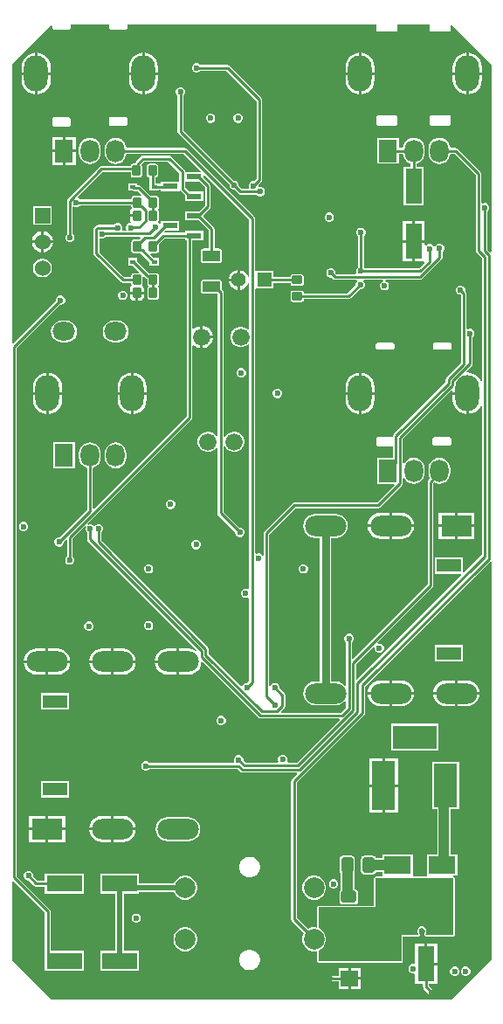
<source format=gbr>
%TF.GenerationSoftware,Altium Limited,Altium Designer,23.4.1 (23)*%
G04 Layer_Physical_Order=1*
G04 Layer_Color=255*
%FSLAX26Y26*%
%MOIN*%
%TF.SameCoordinates,0B69EAEB-4B52-49E6-8846-B3B3CADC8916*%
%TF.FilePolarity,Positive*%
%TF.FileFunction,Copper,L1,Top,Signal*%
%TF.Part,Single*%
G01*
G75*
%TA.AperFunction,SMDPad,CuDef*%
G04:AMPARAMS|DCode=10|XSize=39.37mil|YSize=31.496mil|CornerRadius=3.937mil|HoleSize=0mil|Usage=FLASHONLY|Rotation=270.000|XOffset=0mil|YOffset=0mil|HoleType=Round|Shape=RoundedRectangle|*
%AMROUNDEDRECTD10*
21,1,0.039370,0.023622,0,0,270.0*
21,1,0.031496,0.031496,0,0,270.0*
1,1,0.007874,-0.011811,-0.015748*
1,1,0.007874,-0.011811,0.015748*
1,1,0.007874,0.011811,0.015748*
1,1,0.007874,0.011811,-0.015748*
%
%ADD10ROUNDEDRECTD10*%
%ADD11R,0.057087X0.023622*%
%ADD12R,0.023228X0.017716*%
G04:AMPARAMS|DCode=13|XSize=68.898mil|YSize=43.307mil|CornerRadius=5.413mil|HoleSize=0mil|Usage=FLASHONLY|Rotation=0.000|XOffset=0mil|YOffset=0mil|HoleType=Round|Shape=RoundedRectangle|*
%AMROUNDEDRECTD13*
21,1,0.068898,0.032480,0,0,0.0*
21,1,0.058071,0.043307,0,0,0.0*
1,1,0.010827,0.029035,-0.016240*
1,1,0.010827,-0.029035,-0.016240*
1,1,0.010827,-0.029035,0.016240*
1,1,0.010827,0.029035,0.016240*
%
%ADD13ROUNDEDRECTD13*%
G04:AMPARAMS|DCode=14|XSize=59.055mil|YSize=45.276mil|CornerRadius=5.659mil|HoleSize=0mil|Usage=FLASHONLY|Rotation=270.000|XOffset=0mil|YOffset=0mil|HoleType=Round|Shape=RoundedRectangle|*
%AMROUNDEDRECTD14*
21,1,0.059055,0.033957,0,0,270.0*
21,1,0.047736,0.045276,0,0,270.0*
1,1,0.011319,-0.016978,-0.023868*
1,1,0.011319,-0.016978,0.023868*
1,1,0.011319,0.016978,0.023868*
1,1,0.011319,0.016978,-0.023868*
%
%ADD14ROUNDEDRECTD14*%
%ADD15R,0.064961X0.135827*%
G04:AMPARAMS|DCode=16|XSize=59.055mil|YSize=45.276mil|CornerRadius=5.659mil|HoleSize=0mil|Usage=FLASHONLY|Rotation=0.000|XOffset=0mil|YOffset=0mil|HoleType=Round|Shape=RoundedRectangle|*
%AMROUNDEDRECTD16*
21,1,0.059055,0.033957,0,0,0.0*
21,1,0.047736,0.045276,0,0,0.0*
1,1,0.011319,0.023868,-0.016978*
1,1,0.011319,-0.023868,-0.016978*
1,1,0.011319,-0.023868,0.016978*
1,1,0.011319,0.023868,0.016978*
%
%ADD16ROUNDEDRECTD16*%
%ADD17R,0.066000X0.060000*%
%ADD18R,0.104331X0.068898*%
%TA.AperFunction,ConnectorPad*%
%ADD19R,0.135827X0.064961*%
%TA.AperFunction,SMDPad,CuDef*%
%ADD20R,0.135827X0.064961*%
G04:AMPARAMS|DCode=21|XSize=39.37mil|YSize=31.496mil|CornerRadius=3.937mil|HoleSize=0mil|Usage=FLASHONLY|Rotation=0.000|XOffset=0mil|YOffset=0mil|HoleType=Round|Shape=RoundedRectangle|*
%AMROUNDEDRECTD21*
21,1,0.039370,0.023622,0,0,0.0*
21,1,0.031496,0.031496,0,0,0.0*
1,1,0.007874,0.015748,-0.011811*
1,1,0.007874,-0.015748,-0.011811*
1,1,0.007874,-0.015748,0.011811*
1,1,0.007874,0.015748,0.011811*
%
%ADD21ROUNDEDRECTD21*%
%TA.AperFunction,Conductor*%
%ADD22C,0.009842*%
%ADD23C,0.039370*%
%ADD24C,0.029528*%
%ADD25C,0.019685*%
%TA.AperFunction,ComponentPad*%
%ADD26C,0.066000*%
%ADD27R,0.094488X0.051181*%
%ADD28O,0.157480X0.078740*%
%ADD29R,0.118110X0.078740*%
%ADD30O,0.086614X0.070866*%
%ADD31O,0.090551X0.137795*%
%ADD32O,0.070866X0.086614*%
%ADD33R,0.070866X0.086614*%
%ADD34C,0.078740*%
%ADD35R,0.055118X0.055118*%
%ADD36C,0.055118*%
%ADD37R,0.090551X0.188976*%
%ADD38R,0.169291X0.090551*%
%ADD39R,0.090551X0.169291*%
%ADD40C,0.060000*%
%ADD41R,0.060000X0.060000*%
%TA.AperFunction,ViaPad*%
%ADD42C,0.023622*%
G36*
X1566468Y3708662D02*
X1568341Y3704142D01*
X1572861Y3702269D01*
X1639790D01*
X1644309Y3704142D01*
X1646182Y3708662D01*
Y3726256D01*
X1651182Y3728327D01*
X1800988Y3578520D01*
Y2862594D01*
X1795988Y2860523D01*
X1785645Y2870866D01*
Y3017480D01*
X1789626Y3021461D01*
X1792323Y3027972D01*
Y3035020D01*
X1789626Y3041532D01*
X1784642Y3046515D01*
X1778130Y3049213D01*
X1771082D01*
X1768007Y3047939D01*
X1763007Y3051280D01*
Y3160433D01*
X1762167Y3164658D01*
X1759774Y3168239D01*
X1672164Y3255849D01*
X1668583Y3258242D01*
X1664359Y3259082D01*
X1643654D01*
X1642650Y3266709D01*
X1638484Y3276765D01*
X1631858Y3285400D01*
X1623223Y3292026D01*
X1613167Y3296192D01*
X1602375Y3297612D01*
X1591584Y3296192D01*
X1581527Y3292026D01*
X1572892Y3285400D01*
X1566266Y3276765D01*
X1562101Y3266709D01*
X1560680Y3255917D01*
Y3240169D01*
X1562101Y3229378D01*
X1566266Y3219321D01*
X1572892Y3210686D01*
X1581527Y3204060D01*
X1591584Y3199894D01*
X1602375Y3198474D01*
X1613167Y3199894D01*
X1623223Y3204060D01*
X1631858Y3210686D01*
X1638484Y3219321D01*
X1642650Y3229378D01*
X1643654Y3237004D01*
X1659786D01*
X1740930Y3155861D01*
Y2866660D01*
X1741770Y2862436D01*
X1744163Y2858855D01*
X1763568Y2839450D01*
Y2371452D01*
X1758568Y2370457D01*
X1756957Y2374345D01*
X1748097Y2385891D01*
X1736551Y2394751D01*
X1723104Y2400321D01*
X1708674Y2402221D01*
X1707199Y2402027D01*
X1704987Y2406511D01*
X1726310Y2427833D01*
X1728703Y2431414D01*
X1729543Y2435639D01*
Y2537165D01*
X1733523Y2541146D01*
X1736220Y2547657D01*
Y2554705D01*
X1733523Y2561217D01*
X1728540Y2566200D01*
X1722028Y2568898D01*
X1714980D01*
X1710921Y2567216D01*
X1705921Y2570186D01*
Y2703880D01*
X1705080Y2708104D01*
X1702688Y2711686D01*
X1700787Y2713586D01*
Y2720059D01*
X1698090Y2726571D01*
X1693107Y2731555D01*
X1686595Y2734252D01*
X1679547D01*
X1673035Y2731555D01*
X1668052Y2726571D01*
X1665354Y2720059D01*
Y2713011D01*
X1668052Y2706500D01*
X1673035Y2701516D01*
X1679547Y2698819D01*
X1683843D01*
Y2438860D01*
X1629018Y2384035D01*
X1626625Y2380454D01*
X1625785Y2376230D01*
Y2365806D01*
X1427247Y2167267D01*
X1424854Y2163686D01*
X1424013Y2159462D01*
Y2156010D01*
X1367139D01*
X1362619Y2154138D01*
X1360747Y2149618D01*
Y2127846D01*
X1362619Y2123326D01*
X1367139Y2121454D01*
X1424001D01*
Y2076783D01*
X1364186D01*
Y1978358D01*
X1428220D01*
X1430133Y1973739D01*
X1363322Y1906928D01*
X1048448D01*
X1044224Y1906087D01*
X1040642Y1903694D01*
X934124Y1797176D01*
X931731Y1793594D01*
X930890Y1789370D01*
Y1704208D01*
X925890Y1703214D01*
X925185Y1704918D01*
X920201Y1709901D01*
X913689Y1712598D01*
X906641D01*
X903567Y1711325D01*
X898566Y1714666D01*
Y2719534D01*
X902362Y2722441D01*
X903567Y2722441D01*
X969291D01*
Y2744371D01*
X1033272D01*
Y2743598D01*
X1034036Y2739758D01*
X1036211Y2736502D01*
X1039467Y2734327D01*
X1043307Y2733563D01*
X1074803D01*
X1078643Y2734327D01*
X1081899Y2736502D01*
X1084074Y2739758D01*
X1084838Y2743598D01*
Y2767220D01*
X1084074Y2771061D01*
X1081899Y2774316D01*
X1078643Y2776492D01*
X1074803Y2777256D01*
X1043307D01*
X1039467Y2776492D01*
X1036211Y2774316D01*
X1034036Y2771061D01*
X1033272Y2767220D01*
Y2766448D01*
X969291D01*
Y2789370D01*
X903567D01*
X902362Y2789370D01*
X898566Y2792277D01*
Y2990425D01*
X897726Y2994650D01*
X895333Y2998231D01*
X637715Y3255849D01*
X634134Y3258242D01*
X629910Y3259082D01*
X407433D01*
X406429Y3266709D01*
X402264Y3276765D01*
X395638Y3285400D01*
X387002Y3292026D01*
X376946Y3296192D01*
X366155Y3297612D01*
X355363Y3296192D01*
X345307Y3292026D01*
X336672Y3285400D01*
X330046Y3276765D01*
X325880Y3266709D01*
X324459Y3255917D01*
Y3240169D01*
X325880Y3229378D01*
X330046Y3219321D01*
X336672Y3210686D01*
X345307Y3204060D01*
X355363Y3199894D01*
X366155Y3198474D01*
X376946Y3199894D01*
X387002Y3204060D01*
X395638Y3210686D01*
X402264Y3219321D01*
X406429Y3229378D01*
X407433Y3237004D01*
X625337D01*
X690399Y3171942D01*
X688486Y3167323D01*
X635436D01*
X631362Y3169180D01*
X630619Y3171797D01*
X630277Y3173516D01*
X627884Y3177097D01*
X578672Y3226309D01*
X575091Y3228702D01*
X570866Y3229543D01*
X470472D01*
X466248Y3228702D01*
X462667Y3226309D01*
X444642Y3208285D01*
X442249Y3204704D01*
X441409Y3200479D01*
Y3199012D01*
X433567D01*
X429727Y3198248D01*
X426471Y3196072D01*
X424296Y3192817D01*
X423770Y3190173D01*
X312474D01*
X308249Y3189332D01*
X304668Y3186939D01*
X184124Y3066395D01*
X181731Y3062814D01*
X180890Y3058589D01*
Y2931339D01*
X176910Y2927358D01*
X174213Y2920847D01*
Y2913799D01*
X176910Y2907287D01*
X181893Y2902303D01*
X188405Y2899606D01*
X195453D01*
X201965Y2902303D01*
X206948Y2907287D01*
X209646Y2913799D01*
Y2920847D01*
X206948Y2927358D01*
X202968Y2931339D01*
Y3033161D01*
X207968Y3035554D01*
X213011Y3033465D01*
X220059D01*
X226571Y3036162D01*
X230552Y3040142D01*
X425996D01*
Y3035433D01*
X426760Y3031593D01*
X426001Y3027776D01*
X425983Y3027765D01*
X422903Y3023154D01*
X421821Y3017716D01*
Y3006968D01*
X447842D01*
Y2996968D01*
X421821D01*
Y2986220D01*
X422903Y2980783D01*
X424786Y2977965D01*
X422470Y2972965D01*
X419704D01*
X413193Y2970267D01*
X408209Y2965284D01*
X405512Y2958772D01*
Y2951724D01*
X406786Y2948649D01*
X403445Y2943649D01*
X393442D01*
X390101Y2948649D01*
X391375Y2951724D01*
Y2958772D01*
X388677Y2965284D01*
X383694Y2970267D01*
X377182Y2972965D01*
X370134D01*
X363622Y2970267D01*
X359007Y2965652D01*
X298089D01*
X293864Y2964811D01*
X290283Y2962419D01*
X284517Y2956653D01*
X282124Y2953072D01*
X281284Y2948847D01*
Y2857284D01*
X282124Y2853059D01*
X284517Y2849478D01*
X385895Y2748100D01*
X389476Y2745707D01*
X393701Y2744867D01*
X425996D01*
Y2740158D01*
X426760Y2736317D01*
X426001Y2732501D01*
X425983Y2732489D01*
X422903Y2727879D01*
X421821Y2722441D01*
Y2711693D01*
X447842D01*
X473863D01*
Y2722441D01*
X472782Y2727879D01*
X469701Y2732489D01*
X469684Y2732501D01*
X468925Y2736317D01*
X469689Y2740158D01*
Y2766094D01*
X474689Y2768165D01*
X479990Y2762864D01*
X483571Y2760471D01*
X487795Y2759631D01*
X487996D01*
Y2740158D01*
X488760Y2736317D01*
X490935Y2733062D01*
Y2729537D01*
X488760Y2726281D01*
X487996Y2722441D01*
Y2690945D01*
X488760Y2687105D01*
X490935Y2683849D01*
X494191Y2681674D01*
X498031Y2680910D01*
X521653D01*
X525494Y2681674D01*
X528749Y2683849D01*
X530925Y2687105D01*
X531689Y2690945D01*
Y2722441D01*
X530925Y2726281D01*
X528749Y2729537D01*
Y2733062D01*
X530925Y2736317D01*
X531689Y2740158D01*
Y2771654D01*
X530925Y2775494D01*
X528749Y2778750D01*
X525494Y2780925D01*
X521653Y2781689D01*
X499113D01*
X499016Y2781708D01*
X492368D01*
X448425Y2825651D01*
Y2839567D01*
X413386D01*
Y2810039D01*
X432814D01*
X456164Y2786689D01*
X454093Y2781689D01*
X436031D01*
X432191Y2780925D01*
X428935Y2778750D01*
X426760Y2775494D01*
X425996Y2771654D01*
Y2766944D01*
X398273D01*
X303362Y2861856D01*
Y2912191D01*
X308362Y2915532D01*
X311437Y2914259D01*
X318485D01*
X324996Y2916956D01*
X329612Y2921571D01*
X459474D01*
X461388Y2916952D01*
X454077Y2909642D01*
X436031D01*
X432191Y2908878D01*
X428935Y2906702D01*
X426760Y2903447D01*
X425996Y2899606D01*
Y2868110D01*
X426760Y2864270D01*
X428935Y2861014D01*
X432191Y2858839D01*
X436031Y2858075D01*
X458572D01*
X458669Y2858056D01*
X462357D01*
X496457Y2823956D01*
Y2810039D01*
X531496D01*
Y2839567D01*
X512068D01*
X498560Y2853075D01*
X500631Y2858075D01*
X521653D01*
X525494Y2858839D01*
X528749Y2861014D01*
X530925Y2864270D01*
X531689Y2868110D01*
Y2894030D01*
X551816Y2914158D01*
X631890D01*
Y2907480D01*
X637583D01*
Y2236238D01*
X283375Y1882030D01*
X278755Y1883943D01*
Y2038568D01*
X288564Y2042631D01*
X297200Y2049257D01*
X303826Y2057892D01*
X307991Y2067948D01*
X309412Y2078740D01*
Y2094488D01*
X307991Y2105280D01*
X303826Y2115336D01*
X297200Y2123971D01*
X288564Y2130597D01*
X278508Y2134763D01*
X267716Y2136183D01*
X256925Y2134763D01*
X246869Y2130597D01*
X238233Y2123971D01*
X231607Y2115336D01*
X227442Y2105280D01*
X226021Y2094488D01*
Y2078740D01*
X227442Y2067948D01*
X231607Y2057892D01*
X238233Y2049257D01*
X246869Y2042631D01*
X256678Y2038568D01*
Y1877604D01*
X152696Y1773622D01*
X147067D01*
X140555Y1770925D01*
X135571Y1765941D01*
X132874Y1759429D01*
Y1752381D01*
X135571Y1745870D01*
X140555Y1740886D01*
X147067Y1738189D01*
X154115D01*
X160626Y1740886D01*
X165610Y1745870D01*
X168307Y1752381D01*
Y1758011D01*
X175287Y1764990D01*
X179906Y1763077D01*
Y1701024D01*
X175926Y1697043D01*
X173228Y1690532D01*
Y1683484D01*
X175926Y1676972D01*
X180909Y1671989D01*
X187421Y1669291D01*
X194469D01*
X200981Y1671989D01*
X205964Y1676972D01*
X208661Y1683484D01*
Y1690532D01*
X205964Y1697043D01*
X201984Y1701024D01*
Y1769416D01*
X249642Y1817074D01*
X253880Y1814242D01*
X251969Y1809626D01*
Y1802578D01*
X254666Y1796067D01*
X258646Y1792086D01*
Y1765596D01*
X259486Y1761372D01*
X261879Y1757791D01*
X676512Y1343158D01*
X673208Y1339391D01*
X668599Y1342928D01*
X656589Y1347902D01*
X643701Y1349599D01*
X609331D01*
Y1299803D01*
Y1250007D01*
X643701D01*
X656589Y1251704D01*
X668599Y1256678D01*
X678912Y1264592D01*
X686825Y1274905D01*
X691800Y1286915D01*
X693097Y1296765D01*
X698376Y1298557D01*
X911235Y1085698D01*
X914816Y1083305D01*
X919041Y1082465D01*
X1219403D01*
X1221316Y1077846D01*
X1057328Y913857D01*
X1023461D01*
X1020120Y918857D01*
X1021394Y921932D01*
Y928980D01*
X1018697Y935492D01*
X1013713Y940475D01*
X1007202Y943173D01*
X1000154D01*
X993642Y940475D01*
X988658Y935492D01*
X985961Y928980D01*
Y921932D01*
X987235Y918857D01*
X983894Y913857D01*
X862581D01*
X853346Y923092D01*
Y928721D01*
X850649Y935232D01*
X845665Y940216D01*
X839154Y942913D01*
X832106D01*
X825594Y940216D01*
X820611Y935232D01*
X817913Y928721D01*
Y921673D01*
X819595Y917614D01*
X816625Y912614D01*
X495315D01*
X491335Y916594D01*
X484823Y919291D01*
X477775D01*
X471264Y916594D01*
X466280Y911610D01*
X463583Y905099D01*
Y898051D01*
X466280Y891539D01*
X471264Y886556D01*
X477775Y883858D01*
X484823D01*
X491335Y886556D01*
X495315Y890536D01*
X831576D01*
X842847Y879265D01*
X846429Y876872D01*
X850653Y876032D01*
X1057628D01*
X1059541Y871412D01*
X1039438Y851309D01*
X1037046Y847728D01*
X1036205Y843504D01*
Y316929D01*
X1037046Y312705D01*
X1039438Y309124D01*
X1085158Y263404D01*
X1081826Y257633D01*
X1078740Y246118D01*
Y234197D01*
X1081826Y222682D01*
X1087786Y212358D01*
X1096216Y203928D01*
X1106540Y197967D01*
X1118055Y194882D01*
X1129976D01*
X1131373Y195256D01*
X1135340Y192212D01*
Y157480D01*
X1137212Y152960D01*
X1141732Y151088D01*
X1456693D01*
X1461213Y152960D01*
X1463085Y157480D01*
Y249513D01*
X1519055D01*
X1520230Y250000D01*
X1521501D01*
X1522400Y250899D01*
X1523575Y251386D01*
X1524062Y252560D01*
X1524961Y253459D01*
X1527032Y258459D01*
Y259731D01*
X1527518Y260906D01*
X1527032Y262080D01*
Y263352D01*
X1526319Y264064D01*
X1524109Y269401D01*
Y273906D01*
X1525833Y278068D01*
X1529018Y281254D01*
X1533180Y282978D01*
X1537686D01*
X1541848Y281254D01*
X1545034Y278068D01*
X1546757Y273906D01*
Y269401D01*
X1544547Y264064D01*
X1543834Y263352D01*
Y262080D01*
X1543348Y260906D01*
X1543834Y259731D01*
Y258459D01*
X1545906Y253459D01*
X1546804Y252560D01*
X1547291Y251386D01*
X1548466Y250899D01*
X1549365Y250000D01*
X1550636D01*
X1551811Y249513D01*
X1653543D01*
X1658063Y251386D01*
X1659935Y255905D01*
Y472441D01*
X1658063Y476961D01*
X1654908Y478268D01*
X1655902Y483268D01*
X1670276D01*
Y563976D01*
X1644906D01*
Y736221D01*
X1677165D01*
Y917323D01*
X1574803D01*
Y736221D01*
X1593283D01*
Y563976D01*
X1554134D01*
Y483833D01*
X1554134Y483268D01*
X1552769Y478833D01*
X1502349D01*
X1500984Y483268D01*
X1500984Y483833D01*
Y563976D01*
X1384843D01*
Y549433D01*
X1360076D01*
X1359565Y552003D01*
X1357009Y555828D01*
X1353184Y558384D01*
X1348671Y559282D01*
X1314715D01*
X1310202Y558384D01*
X1306377Y555828D01*
X1303821Y552003D01*
X1302923Y547490D01*
Y499754D01*
X1303821Y495242D01*
X1306377Y491416D01*
X1310202Y488860D01*
X1314715Y487962D01*
X1348671D01*
X1353184Y488860D01*
X1357009Y491416D01*
X1359565Y495242D01*
X1360076Y497811D01*
X1384843D01*
Y483833D01*
X1384842Y483268D01*
X1383478Y478833D01*
X1358268D01*
X1353748Y476961D01*
X1351876Y472441D01*
Y368597D01*
X1141732D01*
X1137212Y366725D01*
X1135340Y362205D01*
Y288103D01*
X1131373Y285059D01*
X1129976Y285433D01*
X1118055D01*
X1106540Y282348D01*
X1100769Y279016D01*
X1058283Y321502D01*
Y838932D01*
X1315585Y1096233D01*
X1317978Y1099814D01*
X1318818Y1104039D01*
Y1204782D01*
X1795988Y1681952D01*
X1800988Y1679881D01*
Y161637D01*
X1649386Y10035D01*
X122267Y10035D01*
X-29335Y161637D01*
Y460931D01*
X-24715Y462844D01*
X96245Y341884D01*
Y185039D01*
X96457Y183974D01*
Y119094D01*
X244095D01*
Y195866D01*
X118322D01*
Y346457D01*
X117482Y350681D01*
X115089Y354262D01*
X-11599Y480950D01*
Y2495428D01*
X153404Y2660430D01*
X159033D01*
X165545Y2663128D01*
X170529Y2668111D01*
X173226Y2674623D01*
Y2681671D01*
X170529Y2688183D01*
X165545Y2693166D01*
X159033Y2695863D01*
X151985D01*
X145474Y2693166D01*
X140490Y2688183D01*
X137793Y2681671D01*
Y2676042D01*
X-24715Y2513534D01*
X-29335Y2515447D01*
Y3578520D01*
X118542Y3726397D01*
X123542Y3724326D01*
Y3716547D01*
X125414Y3712028D01*
X129934Y3710155D01*
X188989D01*
X193509Y3712028D01*
X195381Y3716547D01*
Y3730122D01*
X341062D01*
Y3716547D01*
X342934Y3712027D01*
X347454Y3710155D01*
X406509D01*
X411029Y3712027D01*
X412901Y3716547D01*
Y3730122D01*
X1361718Y3730122D01*
Y3708661D01*
X1363590Y3704142D01*
X1368110Y3702269D01*
X1435039D01*
X1439559Y3704142D01*
X1441431Y3708661D01*
Y3730122D01*
X1566468D01*
Y3708662D01*
D02*
G37*
G36*
X609040Y3164719D02*
Y3134602D01*
X608268Y3129921D01*
X604040Y3129921D01*
X539370D01*
Y3122259D01*
X531496D01*
Y3125000D01*
X518417D01*
Y3147445D01*
X519189D01*
X523029Y3148209D01*
X526285Y3150384D01*
X528460Y3153640D01*
X529224Y3157480D01*
Y3188976D01*
X528460Y3192817D01*
X526285Y3196072D01*
X523029Y3198248D01*
X519189Y3199012D01*
X495567D01*
X491727Y3198248D01*
X488471Y3196072D01*
X486296Y3192817D01*
X485532Y3188976D01*
Y3157480D01*
X486296Y3153640D01*
X488471Y3150384D01*
X491727Y3148209D01*
X495567Y3147445D01*
X496339D01*
Y3114173D01*
X496457Y3113582D01*
Y3095472D01*
X531496D01*
Y3100182D01*
X539370D01*
Y3094488D01*
X607620D01*
X608268Y3094488D01*
X613268Y3095531D01*
X631890Y3076909D01*
Y3057087D01*
X700787D01*
Y3092520D01*
X647501D01*
X631117Y3108903D01*
Y3127210D01*
X631890Y3131890D01*
X636118Y3131890D01*
X685176D01*
X707465Y3109601D01*
Y3040005D01*
X685176Y3017716D01*
X631890D01*
Y2982283D01*
X685176D01*
X721245Y2946215D01*
Y2876206D01*
X703248D01*
X698832Y2875327D01*
X695088Y2872826D01*
X692586Y2869082D01*
X691707Y2864665D01*
Y2832185D01*
X692586Y2827769D01*
X695088Y2824025D01*
X698832Y2821523D01*
X703248Y2820644D01*
X761319D01*
X765735Y2821523D01*
X769479Y2824025D01*
X771981Y2827769D01*
X772860Y2832185D01*
Y2864665D01*
X771981Y2869082D01*
X769479Y2872826D01*
X765735Y2875327D01*
X761319Y2876206D01*
X743322D01*
Y2950787D01*
X742482Y2955012D01*
X740089Y2958593D01*
X700787Y2997895D01*
Y3002105D01*
X726309Y3027627D01*
X728702Y3031209D01*
X729543Y3035433D01*
Y3114173D01*
X728702Y3118398D01*
X726309Y3121979D01*
X700787Y3147501D01*
Y3155021D01*
X705407Y3156935D01*
X876489Y2985853D01*
Y2768588D01*
X871489Y2767930D01*
X870826Y2770403D01*
X865881Y2778967D01*
X858889Y2785960D01*
X850324Y2790905D01*
X840827Y2793450D01*
Y2755905D01*
Y2718361D01*
X850324Y2720906D01*
X858889Y2725851D01*
X865881Y2732844D01*
X870826Y2741408D01*
X871489Y2743881D01*
X876489Y2743223D01*
Y2567886D01*
X871489Y2565815D01*
X867589Y2569715D01*
X858718Y2574837D01*
X848823Y2577488D01*
X838579D01*
X828684Y2574837D01*
X819812Y2569715D01*
X812569Y2562471D01*
X807447Y2553600D01*
X804795Y2543705D01*
Y2533461D01*
X807447Y2523566D01*
X812569Y2514694D01*
X819812Y2507451D01*
X828684Y2502329D01*
X838579Y2499677D01*
X848823D01*
X858718Y2502329D01*
X867589Y2507451D01*
X871489Y2511350D01*
X876489Y2509279D01*
Y1578327D01*
X871489Y1575778D01*
X866713Y1577756D01*
X859665D01*
X853153Y1575059D01*
X848170Y1570075D01*
X845472Y1563563D01*
Y1556515D01*
X848170Y1550004D01*
X853153Y1545020D01*
X859665Y1542323D01*
X866713D01*
X871489Y1544301D01*
X876489Y1541751D01*
Y1225761D01*
X869231Y1218504D01*
X863602D01*
X857090Y1215807D01*
X852107Y1210823D01*
X850516Y1206982D01*
X844790Y1205637D01*
X720684Y1329742D01*
Y1347907D01*
X719844Y1352131D01*
X717451Y1355712D01*
X311495Y1761669D01*
Y1792345D01*
X315475Y1796326D01*
X318173Y1802838D01*
Y1809886D01*
X315475Y1816397D01*
X310492Y1821381D01*
X303980Y1824078D01*
X296932D01*
X290421Y1821381D01*
X288207Y1819168D01*
X285203Y1816569D01*
X281675Y1819168D01*
X279721Y1821122D01*
X273209Y1823819D01*
X266161D01*
X261546Y1821907D01*
X258713Y1826146D01*
X656428Y2223860D01*
X658821Y2227442D01*
X659661Y2231666D01*
Y2505279D01*
X664280Y2507192D01*
X667298Y2504174D01*
X677103Y2498513D01*
X688040Y2495583D01*
X688701D01*
Y2538583D01*
Y2581583D01*
X688040D01*
X677103Y2578652D01*
X667298Y2572991D01*
X664280Y2569973D01*
X659661Y2571887D01*
Y2907480D01*
X700787D01*
Y2942913D01*
X631890D01*
Y2936236D01*
X553406D01*
X551335Y2941236D01*
X554981Y2944882D01*
X608268D01*
Y2980315D01*
X539370D01*
Y2970499D01*
X535959Y2969182D01*
X534370Y2969031D01*
X529721Y2973681D01*
X529647Y2973711D01*
X528776Y2978963D01*
X528943Y2979415D01*
X530925Y2982380D01*
X531689Y2986220D01*
Y3017716D01*
X530925Y3021557D01*
X528749Y3024812D01*
Y3028337D01*
X530925Y3031593D01*
X531689Y3035433D01*
Y3066929D01*
X530925Y3070769D01*
X528749Y3074025D01*
X525494Y3076200D01*
X521653Y3076964D01*
X499670D01*
X462530Y3114105D01*
X458949Y3116498D01*
X454724Y3117338D01*
X448425D01*
Y3125000D01*
X413386D01*
Y3095472D01*
X433776D01*
X434842Y3095260D01*
X450152D01*
X464268Y3081144D01*
X461805Y3076537D01*
X459653Y3076964D01*
X436031D01*
X432191Y3076200D01*
X428935Y3074025D01*
X426760Y3070769D01*
X425996Y3066929D01*
Y3062220D01*
X230552D01*
X226571Y3066200D01*
X223496Y3067474D01*
X222323Y3073372D01*
X317046Y3168095D01*
X423532D01*
Y3157480D01*
X424296Y3153640D01*
X426471Y3150384D01*
X429727Y3148209D01*
X433567Y3147445D01*
X457189D01*
X461029Y3148209D01*
X464285Y3150384D01*
X466460Y3153640D01*
X467224Y3157480D01*
Y3188976D01*
X466460Y3192817D01*
X464285Y3196072D01*
X464228Y3196649D01*
X475045Y3207465D01*
X566294D01*
X609040Y3164719D01*
D02*
G37*
G36*
X1652922Y2332916D02*
Y2327847D01*
X1708674D01*
Y2322847D01*
X1713674D01*
Y2244130D01*
X1723104Y2245371D01*
X1736551Y2250941D01*
X1748097Y2259801D01*
X1756957Y2271348D01*
X1758568Y2275235D01*
X1763568Y2274240D01*
Y1706344D01*
X1695945Y1638721D01*
X1690945Y1640793D01*
Y1696850D01*
X1584646D01*
Y1633858D01*
X1684011D01*
X1686082Y1628858D01*
X1288296Y1231072D01*
X1283677Y1232986D01*
Y1289719D01*
X1351337Y1357379D01*
X1355576Y1354547D01*
X1355315Y1353918D01*
Y1346870D01*
X1358012Y1340358D01*
X1362996Y1335374D01*
X1369507Y1332677D01*
X1376555D01*
X1383067Y1335374D01*
X1388051Y1340358D01*
X1390748Y1346870D01*
Y1353918D01*
X1388051Y1360429D01*
X1383067Y1365413D01*
X1376555Y1368110D01*
X1369507D01*
X1368878Y1367850D01*
X1366046Y1372088D01*
X1575719Y1581761D01*
X1578112Y1585343D01*
X1578952Y1589567D01*
Y1979775D01*
X1582992Y1982981D01*
X1591584Y1979422D01*
X1602375Y1978001D01*
X1613167Y1979422D01*
X1623223Y1983587D01*
X1631858Y1990214D01*
X1638484Y1998849D01*
X1642650Y2008905D01*
X1644070Y2019697D01*
Y2035445D01*
X1642650Y2046236D01*
X1638484Y2056292D01*
X1631858Y2064928D01*
X1623223Y2071554D01*
X1613167Y2075719D01*
X1602375Y2077140D01*
X1591584Y2075719D01*
X1581527Y2071554D01*
X1572892Y2064928D01*
X1566266Y2056292D01*
X1562101Y2046236D01*
X1560680Y2035445D01*
Y2019697D01*
X1562101Y2008905D01*
X1566164Y1999096D01*
X1560108Y1993041D01*
X1557715Y1989459D01*
X1556875Y1985235D01*
Y1594139D01*
X1272548Y1309813D01*
X1267929Y1311726D01*
Y1373779D01*
X1271909Y1377760D01*
X1274606Y1384271D01*
Y1391319D01*
X1271909Y1397831D01*
X1266925Y1402815D01*
X1260414Y1405512D01*
X1253366D01*
X1246854Y1402815D01*
X1241870Y1397831D01*
X1239173Y1391319D01*
Y1384271D01*
X1241870Y1377760D01*
X1245851Y1373779D01*
Y1209663D01*
X1241116Y1208055D01*
X1238984Y1210834D01*
X1229526Y1218091D01*
X1218512Y1222654D01*
X1206693Y1224210D01*
X1188397D01*
Y1771853D01*
X1206693D01*
X1218512Y1773409D01*
X1229526Y1777972D01*
X1238984Y1785229D01*
X1246241Y1794687D01*
X1250803Y1805700D01*
X1252359Y1817520D01*
X1250803Y1829339D01*
X1246241Y1840353D01*
X1238984Y1849811D01*
X1229526Y1857068D01*
X1218512Y1861630D01*
X1206693Y1863186D01*
X1127953D01*
X1116134Y1861630D01*
X1105120Y1857068D01*
X1095662Y1849811D01*
X1088405Y1840353D01*
X1083843Y1829339D01*
X1082287Y1817520D01*
X1083843Y1805700D01*
X1088405Y1794687D01*
X1095662Y1785229D01*
X1105120Y1777972D01*
X1116134Y1773409D01*
X1127953Y1771853D01*
X1146249D01*
Y1224210D01*
X1127953D01*
X1116134Y1222654D01*
X1105120Y1218091D01*
X1095662Y1210834D01*
X1088405Y1201376D01*
X1083843Y1190363D01*
X1082287Y1178543D01*
X1083843Y1166724D01*
X1088405Y1155710D01*
X1095662Y1146252D01*
X1105120Y1138995D01*
X1116134Y1134433D01*
X1127953Y1132877D01*
X1206693D01*
X1218512Y1134433D01*
X1229526Y1138995D01*
X1238984Y1146252D01*
X1241116Y1149031D01*
X1245851Y1147424D01*
Y1124651D01*
X1225743Y1104543D01*
X999253D01*
X997339Y1109162D01*
X1010525Y1122349D01*
X1012918Y1125930D01*
X1013759Y1130154D01*
Y1171860D01*
X1012918Y1176084D01*
X1010525Y1179666D01*
X992126Y1198065D01*
Y1204311D01*
X989429Y1210823D01*
X984445Y1215807D01*
X977933Y1218504D01*
X970885D01*
X964374Y1215807D01*
X959390Y1210823D01*
X957968Y1207390D01*
X952968Y1208384D01*
Y1784798D01*
X1053020Y1884850D01*
X1367895D01*
X1372119Y1885690D01*
X1375700Y1888083D01*
X1459590Y1971973D01*
X1461983Y1975554D01*
X1462823Y1979779D01*
Y1997896D01*
X1467823Y1998891D01*
X1467841Y1998849D01*
X1474467Y1990214D01*
X1483102Y1983587D01*
X1493158Y1979422D01*
X1503950Y1978001D01*
X1514741Y1979422D01*
X1524797Y1983587D01*
X1533433Y1990214D01*
X1540059Y1998849D01*
X1544224Y2008905D01*
X1545645Y2019697D01*
Y2035445D01*
X1544224Y2046236D01*
X1540059Y2056292D01*
X1533433Y2064928D01*
X1524797Y2071554D01*
X1514741Y2075719D01*
X1503950Y2077140D01*
X1493158Y2075719D01*
X1483102Y2071554D01*
X1474467Y2064928D01*
X1467841Y2056292D01*
X1467823Y2056250D01*
X1462823Y2057245D01*
Y2149351D01*
X1648302Y2334829D01*
X1652922Y2332916D01*
D02*
G37*
G36*
X1653543Y255905D02*
X1551811D01*
X1549740Y260906D01*
X1550452Y261618D01*
X1553150Y268130D01*
Y275178D01*
X1550452Y281689D01*
X1545469Y286673D01*
X1538957Y289370D01*
X1531909D01*
X1525398Y286673D01*
X1520414Y281689D01*
X1517717Y275178D01*
Y268130D01*
X1520414Y261618D01*
X1521126Y260906D01*
X1519055Y255905D01*
X1456693D01*
Y157480D01*
X1141732D01*
Y198106D01*
X1151816Y203928D01*
X1160245Y212358D01*
X1166206Y222682D01*
X1169291Y234197D01*
Y246118D01*
X1166206Y257633D01*
X1160245Y267957D01*
X1151816Y276387D01*
X1141732Y282209D01*
Y362205D01*
X1358268D01*
Y472441D01*
X1653543D01*
Y255905D01*
D02*
G37*
%LPC*%
G36*
X1713674Y3622035D02*
Y3548319D01*
X1764427D01*
Y3566941D01*
X1762527Y3581370D01*
X1756957Y3594817D01*
X1748097Y3606364D01*
X1736551Y3615224D01*
X1723104Y3620794D01*
X1713674Y3622035D01*
D02*
G37*
G36*
X477454Y3622035D02*
Y3548319D01*
X528206D01*
Y3566941D01*
X526307Y3581370D01*
X520737Y3594817D01*
X511877Y3606364D01*
X500330Y3615224D01*
X486884Y3620794D01*
X477454Y3622035D01*
D02*
G37*
G36*
X467454Y3622035D02*
X458024Y3620794D01*
X444577Y3615224D01*
X433031Y3606364D01*
X424171Y3594817D01*
X418601Y3581370D01*
X416701Y3566941D01*
Y3548319D01*
X467454D01*
Y3622035D01*
D02*
G37*
G36*
X1703674D02*
X1694244Y3620794D01*
X1680798Y3615224D01*
X1669251Y3606364D01*
X1660391Y3594817D01*
X1654821Y3581370D01*
X1652922Y3566941D01*
Y3548319D01*
X1703674D01*
Y3622035D01*
D02*
G37*
G36*
X1304225D02*
Y3548319D01*
X1354978D01*
Y3566941D01*
X1353078Y3581370D01*
X1347509Y3594817D01*
X1338648Y3606364D01*
X1327102Y3615224D01*
X1313655Y3620794D01*
X1304225Y3622035D01*
D02*
G37*
G36*
X1294225D02*
X1284796Y3620794D01*
X1271349Y3615224D01*
X1259802Y3606364D01*
X1250942Y3594817D01*
X1245372Y3581370D01*
X1243473Y3566941D01*
Y3548319D01*
X1294225D01*
Y3622035D01*
D02*
G37*
G36*
X68005D02*
Y3548319D01*
X118757D01*
Y3566941D01*
X116858Y3581370D01*
X111288Y3594817D01*
X102428Y3606364D01*
X90881Y3615224D01*
X77435Y3620794D01*
X68005Y3622035D01*
D02*
G37*
G36*
X58005D02*
X48575Y3620794D01*
X35129Y3615224D01*
X23582Y3606364D01*
X14722Y3594817D01*
X9152Y3581370D01*
X7252Y3566941D01*
Y3548319D01*
X58005D01*
Y3622035D01*
D02*
G37*
G36*
X467454Y3538319D02*
X416701D01*
Y3519697D01*
X418601Y3505267D01*
X424171Y3491820D01*
X433031Y3480274D01*
X444577Y3471414D01*
X458024Y3465844D01*
X467454Y3464602D01*
Y3538319D01*
D02*
G37*
G36*
X1764427D02*
X1713674D01*
Y3464602D01*
X1723104Y3465844D01*
X1736551Y3471414D01*
X1748097Y3480274D01*
X1756957Y3491820D01*
X1762527Y3505267D01*
X1764427Y3519697D01*
Y3538319D01*
D02*
G37*
G36*
X1354978Y3538319D02*
X1304225D01*
Y3464602D01*
X1313655Y3465844D01*
X1327102Y3471414D01*
X1338648Y3480274D01*
X1347509Y3491820D01*
X1353078Y3505267D01*
X1354978Y3519697D01*
Y3538319D01*
D02*
G37*
G36*
X1294225D02*
X1243473D01*
Y3519697D01*
X1245372Y3505267D01*
X1250942Y3491820D01*
X1259802Y3480274D01*
X1271349Y3471414D01*
X1284796Y3465844D01*
X1294225Y3464602D01*
Y3538319D01*
D02*
G37*
G36*
X118757D02*
X68005D01*
Y3464602D01*
X77435Y3465844D01*
X90881Y3471414D01*
X102428Y3480274D01*
X111288Y3491820D01*
X116858Y3505267D01*
X118757Y3519697D01*
Y3538319D01*
D02*
G37*
G36*
X58005D02*
X7252D01*
Y3519697D01*
X9152Y3505267D01*
X14722Y3491820D01*
X23582Y3480274D01*
X35129Y3471414D01*
X48575Y3465844D01*
X58005Y3464602D01*
Y3538319D01*
D02*
G37*
G36*
X1703674Y3538319D02*
X1652922D01*
Y3519697D01*
X1654821Y3505267D01*
X1660391Y3491820D01*
X1669251Y3480274D01*
X1680798Y3471414D01*
X1694244Y3465844D01*
X1703674Y3464602D01*
Y3538319D01*
D02*
G37*
G36*
X528206D02*
X477454D01*
Y3464602D01*
X486884Y3465844D01*
X500330Y3471414D01*
X511877Y3480274D01*
X520737Y3491820D01*
X526307Y3505267D01*
X528206Y3519697D01*
Y3538319D01*
D02*
G37*
G36*
X837185Y3390748D02*
X830137D01*
X823626Y3388051D01*
X818642Y3383067D01*
X815945Y3376555D01*
Y3369508D01*
X818642Y3362996D01*
X823626Y3358012D01*
X830137Y3355315D01*
X837185D01*
X843697Y3358012D01*
X848681Y3362996D01*
X851378Y3369508D01*
Y3376555D01*
X848681Y3383067D01*
X843697Y3388051D01*
X837185Y3390748D01*
D02*
G37*
G36*
X731870Y3390256D02*
X724822D01*
X718311Y3387559D01*
X713327Y3382575D01*
X710630Y3376063D01*
Y3369015D01*
X713327Y3362504D01*
X718311Y3357520D01*
X724822Y3354823D01*
X731870D01*
X738382Y3357520D01*
X743366Y3362504D01*
X746063Y3369015D01*
Y3376063D01*
X743366Y3382575D01*
X738382Y3387559D01*
X731870Y3390256D01*
D02*
G37*
G36*
X1639790Y3384368D02*
X1572861D01*
X1568341Y3382496D01*
X1566468Y3377976D01*
Y3350417D01*
X1568341Y3345897D01*
X1572861Y3344025D01*
X1639790D01*
X1644309Y3345897D01*
X1646182Y3350417D01*
Y3377976D01*
X1644309Y3382496D01*
X1639790Y3384368D01*
D02*
G37*
G36*
X1435039Y3384368D02*
X1368110D01*
X1363590Y3382496D01*
X1361718Y3377976D01*
Y3350417D01*
X1363590Y3345897D01*
X1368110Y3344025D01*
X1435039D01*
X1439559Y3345897D01*
X1441431Y3350417D01*
Y3377976D01*
X1439559Y3382496D01*
X1435039Y3384368D01*
D02*
G37*
G36*
X404540Y3377467D02*
X346469D01*
X341950Y3375595D01*
X340077Y3371075D01*
Y3350405D01*
X341950Y3345885D01*
X346469Y3344013D01*
X404540D01*
X409060Y3345885D01*
X410932Y3350405D01*
Y3371075D01*
X409060Y3375595D01*
X404540Y3377467D01*
D02*
G37*
G36*
X188005Y3376483D02*
X130918D01*
X126398Y3374610D01*
X124526Y3370090D01*
Y3348319D01*
X126398Y3343799D01*
X130918Y3341927D01*
X188005D01*
X192525Y3343799D01*
X194397Y3348319D01*
Y3370090D01*
X192525Y3374610D01*
X188005Y3376483D01*
D02*
G37*
G36*
X1503950Y3297612D02*
X1493158Y3296192D01*
X1483102Y3292026D01*
X1474467Y3285400D01*
X1467841Y3276765D01*
X1463675Y3266709D01*
X1462671Y3259082D01*
X1446863D01*
Y3297256D01*
X1364186D01*
Y3198831D01*
X1446863D01*
Y3237004D01*
X1462671D01*
X1463675Y3229378D01*
X1467841Y3219321D01*
X1474467Y3210686D01*
X1483102Y3204060D01*
X1492911Y3199997D01*
Y3187992D01*
X1465551D01*
Y3040354D01*
X1542323D01*
Y3187992D01*
X1514989D01*
Y3199997D01*
X1524797Y3204060D01*
X1533433Y3210686D01*
X1540059Y3219321D01*
X1544224Y3229378D01*
X1545645Y3240169D01*
Y3255917D01*
X1544224Y3266709D01*
X1540059Y3276765D01*
X1533433Y3285400D01*
X1524797Y3292026D01*
X1514741Y3296192D01*
X1503950Y3297612D01*
D02*
G37*
G36*
X214737Y3301350D02*
X174304D01*
Y3253043D01*
X214737D01*
Y3301350D01*
D02*
G37*
G36*
X164304D02*
X123871D01*
Y3253043D01*
X164304D01*
Y3301350D01*
D02*
G37*
G36*
X267729Y3297612D02*
X256938Y3296192D01*
X246882Y3292026D01*
X238246Y3285400D01*
X231620Y3276765D01*
X227455Y3266709D01*
X226034Y3255917D01*
Y3240169D01*
X227455Y3229378D01*
X231620Y3219321D01*
X238246Y3210686D01*
X246882Y3204060D01*
X256938Y3199894D01*
X267729Y3198474D01*
X278521Y3199894D01*
X288577Y3204060D01*
X297212Y3210686D01*
X303839Y3219321D01*
X308004Y3229378D01*
X309425Y3240169D01*
Y3255917D01*
X308004Y3266709D01*
X303839Y3276765D01*
X297212Y3285400D01*
X288577Y3292026D01*
X278521Y3296192D01*
X267729Y3297612D01*
D02*
G37*
G36*
X214737Y3243043D02*
X174304D01*
Y3194736D01*
X214737D01*
Y3243043D01*
D02*
G37*
G36*
X164304D02*
X123871D01*
Y3194736D01*
X164304D01*
Y3243043D01*
D02*
G37*
G36*
X678721Y3582677D02*
X671673D01*
X665161Y3579980D01*
X660178Y3574996D01*
X657480Y3568485D01*
Y3561437D01*
X660178Y3554925D01*
X665161Y3549941D01*
X671673Y3547244D01*
X678721D01*
X685232Y3549941D01*
X689213Y3553922D01*
X788735D01*
X904316Y3438341D01*
Y3142368D01*
X894822Y3132874D01*
X889192D01*
X882681Y3130177D01*
X877697Y3125193D01*
X875000Y3118682D01*
Y3111633D01*
X876274Y3108559D01*
X872933Y3103559D01*
X847092D01*
X835630Y3115021D01*
Y3120650D01*
X832933Y3127162D01*
X827949Y3132145D01*
X821437Y3134843D01*
X815808D01*
X625212Y3325439D01*
Y3458425D01*
X629192Y3462405D01*
X631890Y3468917D01*
Y3475965D01*
X629192Y3482477D01*
X624209Y3487460D01*
X617697Y3490157D01*
X610649D01*
X604138Y3487460D01*
X599154Y3482477D01*
X596457Y3475965D01*
Y3468917D01*
X599154Y3462405D01*
X603134Y3458425D01*
Y3320866D01*
X603975Y3316642D01*
X606368Y3313061D01*
X800197Y3119231D01*
Y3113602D01*
X802894Y3107090D01*
X807878Y3102107D01*
X814389Y3099410D01*
X820019D01*
X834714Y3084714D01*
X838295Y3082321D01*
X842520Y3081481D01*
X904291D01*
X908271Y3077500D01*
X914783Y3074803D01*
X921831D01*
X928343Y3077500D01*
X933326Y3082484D01*
X936024Y3088996D01*
Y3096044D01*
X933326Y3102555D01*
X928343Y3107539D01*
X921831Y3110236D01*
X915052D01*
X914629Y3110364D01*
X911706Y3112790D01*
X911517Y3118347D01*
X923160Y3129990D01*
X925553Y3133571D01*
X926393Y3137795D01*
Y3442913D01*
X925553Y3447138D01*
X923160Y3450719D01*
X801113Y3572766D01*
X797532Y3575159D01*
X793307Y3575999D01*
X689213D01*
X685232Y3579980D01*
X678721Y3582677D01*
D02*
G37*
G36*
X1185611Y3012795D02*
X1178563D01*
X1172051Y3010098D01*
X1167067Y3005114D01*
X1164370Y2998603D01*
Y2991555D01*
X1167067Y2985043D01*
X1172051Y2980059D01*
X1178563Y2977362D01*
X1185611D01*
X1192122Y2980059D01*
X1197106Y2985043D01*
X1199803Y2991555D01*
Y2998603D01*
X1197106Y3005114D01*
X1192122Y3010098D01*
X1185611Y3012795D01*
D02*
G37*
G36*
X122520Y3037480D02*
X50709D01*
Y2965669D01*
X122520D01*
Y3037480D01*
D02*
G37*
G36*
X1546417Y2981457D02*
X1508937D01*
Y2908543D01*
X1546417D01*
Y2981457D01*
D02*
G37*
G36*
X1498937D02*
X1461457D01*
Y2908543D01*
X1498937D01*
Y2981457D01*
D02*
G37*
G36*
X91880Y2941575D02*
X91614D01*
Y2906575D01*
X126614D01*
Y2906841D01*
X123888Y2917014D01*
X118622Y2926135D01*
X111175Y2933583D01*
X102054Y2938849D01*
X91880Y2941575D01*
D02*
G37*
G36*
X81614D02*
X81348D01*
X71175Y2938849D01*
X62054Y2933583D01*
X54606Y2926135D01*
X49340Y2917014D01*
X46614Y2906841D01*
Y2906575D01*
X81614D01*
Y2941575D01*
D02*
G37*
G36*
X126614Y2896575D02*
X91614D01*
Y2861575D01*
X91880D01*
X102054Y2864301D01*
X111175Y2869567D01*
X118622Y2877014D01*
X123888Y2886135D01*
X126614Y2896309D01*
Y2896575D01*
D02*
G37*
G36*
X81614D02*
X46614D01*
Y2896309D01*
X49340Y2886135D01*
X54606Y2877014D01*
X62054Y2869567D01*
X71175Y2864301D01*
X81348Y2861575D01*
X81614D01*
Y2896575D01*
D02*
G37*
G36*
X1498937Y2898543D02*
X1461457D01*
Y2825630D01*
X1498937D01*
Y2898543D01*
D02*
G37*
G36*
X1305689Y2954724D02*
X1298641D01*
X1292130Y2952027D01*
X1287146Y2947044D01*
X1284449Y2940532D01*
Y2933484D01*
X1287146Y2926972D01*
X1291373Y2922746D01*
Y2803000D01*
X1287638Y2799266D01*
X1284941Y2792754D01*
Y2785706D01*
X1286215Y2782631D01*
X1282874Y2777631D01*
X1208452D01*
X1205709Y2780375D01*
Y2786004D01*
X1203011Y2792516D01*
X1198028Y2797500D01*
X1191516Y2800197D01*
X1184468D01*
X1177957Y2797500D01*
X1172973Y2792516D01*
X1170276Y2786004D01*
Y2778956D01*
X1172973Y2772445D01*
X1177957Y2767461D01*
X1184468Y2764764D01*
X1190097D01*
X1196074Y2758787D01*
X1199656Y2756394D01*
X1203880Y2755554D01*
X1285436D01*
X1287507Y2750554D01*
X1285178Y2748225D01*
X1282480Y2741713D01*
Y2736084D01*
X1250845Y2704448D01*
X1084838D01*
Y2705220D01*
X1084074Y2709061D01*
X1081899Y2712316D01*
X1078643Y2714492D01*
X1074803Y2715256D01*
X1043307D01*
X1039467Y2714492D01*
X1036211Y2712316D01*
X1034036Y2709061D01*
X1033272Y2705220D01*
Y2681598D01*
X1034036Y2677758D01*
X1036211Y2674502D01*
X1039467Y2672327D01*
X1043307Y2671563D01*
X1074803D01*
X1078643Y2672327D01*
X1081899Y2674502D01*
X1084074Y2677758D01*
X1084838Y2681598D01*
Y2682371D01*
X1255417D01*
X1259642Y2683211D01*
X1263223Y2685604D01*
X1298092Y2720472D01*
X1303721D01*
X1310233Y2723170D01*
X1315216Y2728153D01*
X1317913Y2734665D01*
Y2741713D01*
X1315216Y2748225D01*
X1312887Y2750554D01*
X1314958Y2755554D01*
X1386174D01*
X1387169Y2750554D01*
X1381697Y2748287D01*
X1376713Y2743303D01*
X1374016Y2736792D01*
Y2729744D01*
X1376713Y2723232D01*
X1381697Y2718248D01*
X1388208Y2715551D01*
X1395256D01*
X1401768Y2718248D01*
X1406752Y2723232D01*
X1409449Y2729744D01*
Y2736792D01*
X1406752Y2743303D01*
X1401768Y2748287D01*
X1396296Y2750554D01*
X1397290Y2755554D01*
X1528683D01*
X1532908Y2756394D01*
X1536489Y2758787D01*
X1610168Y2832466D01*
X1612561Y2836047D01*
X1613401Y2840272D01*
Y2862952D01*
X1617381Y2866933D01*
X1620079Y2873445D01*
Y2880492D01*
X1617381Y2887004D01*
X1612398Y2891988D01*
X1605886Y2894685D01*
X1598838D01*
X1592327Y2891988D01*
X1587343Y2887004D01*
X1585468Y2882477D01*
X1580056D01*
X1578996Y2885036D01*
X1574012Y2890019D01*
X1567500Y2892716D01*
X1560452D01*
X1553941Y2890019D01*
X1551417Y2887496D01*
X1546417Y2889567D01*
Y2898543D01*
X1508937D01*
Y2825630D01*
X1542121D01*
X1544192Y2820630D01*
X1523831Y2800269D01*
X1316674D01*
X1313450Y2803492D01*
Y2923238D01*
X1317185Y2926972D01*
X1319882Y2933484D01*
Y2940532D01*
X1317185Y2947044D01*
X1312201Y2952027D01*
X1305689Y2954724D01*
D02*
G37*
G36*
X91341Y2837480D02*
X81887D01*
X72755Y2835033D01*
X64568Y2830306D01*
X57883Y2823621D01*
X53156Y2815434D01*
X50709Y2806302D01*
Y2796848D01*
X53156Y2787716D01*
X57883Y2779528D01*
X64568Y2772843D01*
X72755Y2768116D01*
X81887Y2765669D01*
X91341D01*
X100473Y2768116D01*
X108661Y2772843D01*
X115346Y2779528D01*
X120073Y2787716D01*
X122520Y2796848D01*
Y2806302D01*
X120073Y2815434D01*
X115346Y2823621D01*
X108661Y2830306D01*
X100473Y2835033D01*
X91341Y2837480D01*
D02*
G37*
G36*
X397225Y2714567D02*
X390177D01*
X383665Y2711870D01*
X378682Y2706886D01*
X375984Y2700374D01*
Y2693326D01*
X378682Y2686815D01*
X383665Y2681831D01*
X390177Y2679134D01*
X397225D01*
X403736Y2681831D01*
X408720Y2686815D01*
X411417Y2693326D01*
Y2700374D01*
X408720Y2706886D01*
X403736Y2711870D01*
X397225Y2714567D01*
D02*
G37*
G36*
X473863Y2701693D02*
X452842D01*
Y2676735D01*
X459653D01*
X465091Y2677817D01*
X469701Y2680897D01*
X472782Y2685507D01*
X473863Y2690945D01*
Y2701693D01*
D02*
G37*
G36*
X442842D02*
X421821D01*
Y2690945D01*
X422903Y2685507D01*
X425983Y2680897D01*
X430594Y2677817D01*
X436031Y2676735D01*
X442842D01*
Y2701693D01*
D02*
G37*
G36*
X374016Y2600750D02*
X358268D01*
X347476Y2599330D01*
X337420Y2595164D01*
X328785Y2588538D01*
X322159Y2579903D01*
X317993Y2569847D01*
X316572Y2559055D01*
X317993Y2548264D01*
X322159Y2538207D01*
X328785Y2529572D01*
X337420Y2522946D01*
X347476Y2518781D01*
X358268Y2517360D01*
X374016D01*
X384807Y2518781D01*
X394863Y2522946D01*
X403499Y2529572D01*
X410125Y2538207D01*
X414290Y2548264D01*
X415711Y2559055D01*
X414290Y2569847D01*
X410125Y2579903D01*
X403499Y2588538D01*
X394863Y2595164D01*
X384807Y2599330D01*
X374016Y2600750D01*
D02*
G37*
G36*
X177165D02*
X161417D01*
X150626Y2599330D01*
X140570Y2595164D01*
X131934Y2588538D01*
X125308Y2579903D01*
X121143Y2569847D01*
X119722Y2559055D01*
X121143Y2548264D01*
X125308Y2538207D01*
X131934Y2529572D01*
X140570Y2522946D01*
X150626Y2518781D01*
X161417Y2517360D01*
X177165D01*
X187957Y2518781D01*
X198013Y2522946D01*
X206648Y2529572D01*
X213274Y2538207D01*
X217440Y2548264D01*
X218861Y2559055D01*
X217440Y2569847D01*
X213274Y2579903D01*
X206648Y2588538D01*
X198013Y2595164D01*
X187957Y2599330D01*
X177165Y2600750D01*
D02*
G37*
G36*
X1425210Y2516246D02*
X1366154D01*
X1361634Y2514374D01*
X1359762Y2509854D01*
Y2496075D01*
X1361634Y2491555D01*
X1366154Y2489683D01*
X1425210D01*
X1429729Y2491555D01*
X1431602Y2496075D01*
Y2509854D01*
X1429729Y2514374D01*
X1425210Y2516246D01*
D02*
G37*
G36*
X1642729Y2516246D02*
X1583674D01*
X1579154Y2514374D01*
X1577282Y2509854D01*
Y2496075D01*
X1579154Y2491555D01*
X1583674Y2489683D01*
X1642729D01*
X1647249Y2491555D01*
X1649121Y2496075D01*
Y2509854D01*
X1647249Y2514374D01*
X1642729Y2516246D01*
D02*
G37*
G36*
X434134Y2401562D02*
Y2327847D01*
X484886D01*
Y2346468D01*
X482987Y2360898D01*
X477417Y2374345D01*
X468557Y2385891D01*
X457010Y2394751D01*
X443564Y2400321D01*
X434134Y2401562D01*
D02*
G37*
G36*
X424134D02*
X414704Y2400321D01*
X401257Y2394751D01*
X389711Y2385891D01*
X380851Y2374345D01*
X375281Y2360898D01*
X373381Y2346468D01*
Y2327847D01*
X424134D01*
Y2401562D01*
D02*
G37*
G36*
X1304225D02*
Y2327846D01*
X1354978D01*
Y2346468D01*
X1353078Y2360898D01*
X1347509Y2374345D01*
X1338648Y2385891D01*
X1327102Y2394751D01*
X1313655Y2400321D01*
X1304225Y2401562D01*
D02*
G37*
G36*
X1294225D02*
X1284796Y2400321D01*
X1271349Y2394751D01*
X1259802Y2385891D01*
X1250942Y2374345D01*
X1245372Y2360898D01*
X1243473Y2346468D01*
Y2327846D01*
X1294225D01*
Y2401562D01*
D02*
G37*
G36*
X111299D02*
Y2327846D01*
X162052D01*
Y2346468D01*
X160152Y2360898D01*
X154582Y2374345D01*
X145722Y2385891D01*
X134175Y2394751D01*
X120729Y2400321D01*
X111299Y2401562D01*
D02*
G37*
G36*
X101299D02*
X91869Y2400321D01*
X78423Y2394751D01*
X66876Y2385891D01*
X58016Y2374345D01*
X52446Y2360898D01*
X50547Y2346468D01*
Y2327846D01*
X101299D01*
Y2401562D01*
D02*
G37*
G36*
X987776Y2340551D02*
X980728D01*
X974216Y2337854D01*
X969233Y2332870D01*
X966535Y2326359D01*
Y2319311D01*
X969233Y2312799D01*
X974216Y2307815D01*
X980728Y2305118D01*
X987776D01*
X994288Y2307815D01*
X999271Y2312799D01*
X1001968Y2319311D01*
Y2326359D01*
X999271Y2332870D01*
X994288Y2337854D01*
X987776Y2340551D01*
D02*
G37*
G36*
X484886Y2317847D02*
X434134D01*
Y2244130D01*
X443564Y2245371D01*
X457010Y2250941D01*
X468557Y2259801D01*
X477417Y2271348D01*
X482987Y2284794D01*
X484886Y2299224D01*
Y2317847D01*
D02*
G37*
G36*
X1354978Y2317846D02*
X1304225D01*
Y2244130D01*
X1313655Y2245371D01*
X1327102Y2250941D01*
X1338648Y2259801D01*
X1347509Y2271348D01*
X1353078Y2284794D01*
X1354978Y2299224D01*
Y2317846D01*
D02*
G37*
G36*
X1294225D02*
X1243473D01*
Y2299224D01*
X1245372Y2284794D01*
X1250942Y2271348D01*
X1259802Y2259801D01*
X1271349Y2250941D01*
X1284796Y2245371D01*
X1294225Y2244130D01*
Y2317846D01*
D02*
G37*
G36*
X162052D02*
X111299D01*
Y2244130D01*
X120729Y2245371D01*
X134175Y2250941D01*
X145722Y2259801D01*
X154582Y2271348D01*
X160152Y2284794D01*
X162052Y2299224D01*
Y2317846D01*
D02*
G37*
G36*
X101299D02*
X50547D01*
Y2299224D01*
X52446Y2284794D01*
X58016Y2271348D01*
X66876Y2259801D01*
X78423Y2250941D01*
X91869Y2245371D01*
X101299Y2244130D01*
Y2317846D01*
D02*
G37*
G36*
X424134Y2317847D02*
X373381D01*
Y2299224D01*
X375281Y2284794D01*
X380851Y2271348D01*
X389711Y2259801D01*
X401257Y2250941D01*
X414704Y2245371D01*
X424134Y2244130D01*
Y2317847D01*
D02*
G37*
G36*
X210643Y2135827D02*
X127966D01*
Y2037401D01*
X210643D01*
Y2135827D01*
D02*
G37*
G36*
X366155Y2136183D02*
X355363Y2134763D01*
X345307Y2130597D01*
X336672Y2123971D01*
X330046Y2115336D01*
X325880Y2105280D01*
X324459Y2094488D01*
Y2078740D01*
X325880Y2067948D01*
X330046Y2057892D01*
X336672Y2049257D01*
X345307Y2042631D01*
X355363Y2038466D01*
X366155Y2037045D01*
X376946Y2038466D01*
X387002Y2042631D01*
X395638Y2049257D01*
X402264Y2057892D01*
X406429Y2067948D01*
X407850Y2078740D01*
Y2094488D01*
X406429Y2105280D01*
X402264Y2115336D01*
X395638Y2123971D01*
X387002Y2130597D01*
X376946Y2134763D01*
X366155Y2136183D01*
D02*
G37*
G36*
X18288Y1832677D02*
X11240D01*
X4728Y1829980D01*
X-256Y1824996D01*
X-2953Y1818485D01*
Y1811437D01*
X-256Y1804925D01*
X4728Y1799941D01*
X11240Y1797244D01*
X18288D01*
X24799Y1799941D01*
X29783Y1804925D01*
X32480Y1811437D01*
Y1818485D01*
X29783Y1824996D01*
X24799Y1829980D01*
X18288Y1832677D01*
D02*
G37*
G36*
X495650Y1454724D02*
X488602D01*
X482090Y1452027D01*
X477107Y1447043D01*
X474409Y1440532D01*
Y1433484D01*
X477107Y1426972D01*
X482090Y1421989D01*
X488602Y1419291D01*
X495650D01*
X502162Y1421989D01*
X507145Y1426972D01*
X509842Y1433484D01*
Y1440532D01*
X507145Y1447043D01*
X502162Y1452027D01*
X495650Y1454724D01*
D02*
G37*
G36*
X267303Y1452756D02*
X260255D01*
X253744Y1450059D01*
X248760Y1445075D01*
X246063Y1438563D01*
Y1431515D01*
X248760Y1425004D01*
X253744Y1420020D01*
X260255Y1417323D01*
X267303D01*
X273815Y1420020D01*
X278799Y1425004D01*
X281496Y1431515D01*
Y1438563D01*
X278799Y1445075D01*
X273815Y1450059D01*
X267303Y1452756D01*
D02*
G37*
G36*
X393701Y1349599D02*
X359331D01*
Y1304803D01*
X442838D01*
X441800Y1312691D01*
X436825Y1324701D01*
X428912Y1335014D01*
X418599Y1342928D01*
X406589Y1347902D01*
X393701Y1349599D01*
D02*
G37*
G36*
X143701D02*
X109331D01*
Y1304803D01*
X192838D01*
X191800Y1312691D01*
X186825Y1324701D01*
X178912Y1335014D01*
X168599Y1342928D01*
X156589Y1347902D01*
X143701Y1349599D01*
D02*
G37*
G36*
X599331D02*
X564961D01*
X552072Y1347902D01*
X540063Y1342928D01*
X529749Y1335014D01*
X521836Y1324701D01*
X516861Y1312691D01*
X515823Y1304803D01*
X599331D01*
Y1349599D01*
D02*
G37*
G36*
X349331D02*
X314961D01*
X302072Y1347902D01*
X290063Y1342928D01*
X279749Y1335014D01*
X271836Y1324701D01*
X266861Y1312691D01*
X265823Y1304803D01*
X349331D01*
Y1349599D01*
D02*
G37*
G36*
X99331D02*
X64961D01*
X52072Y1347902D01*
X40063Y1342928D01*
X29749Y1335014D01*
X21836Y1324701D01*
X16861Y1312691D01*
X15823Y1304803D01*
X99331D01*
Y1349599D01*
D02*
G37*
G36*
X1690945Y1362205D02*
X1584646D01*
Y1299213D01*
X1690945D01*
Y1362205D01*
D02*
G37*
G36*
X599331Y1294803D02*
X515823D01*
X516861Y1286915D01*
X521836Y1274905D01*
X529749Y1264592D01*
X540063Y1256678D01*
X552072Y1251704D01*
X564961Y1250007D01*
X599331D01*
Y1294803D01*
D02*
G37*
G36*
X442838D02*
X359331D01*
Y1250007D01*
X393701D01*
X406589Y1251704D01*
X418599Y1256678D01*
X428912Y1264592D01*
X436825Y1274905D01*
X441800Y1286915D01*
X442838Y1294803D01*
D02*
G37*
G36*
X349331D02*
X265823D01*
X266861Y1286915D01*
X271836Y1274905D01*
X279749Y1264592D01*
X290063Y1256678D01*
X302072Y1251704D01*
X314961Y1250007D01*
X349331D01*
Y1294803D01*
D02*
G37*
G36*
X192838D02*
X109331D01*
Y1250007D01*
X143701D01*
X156589Y1251704D01*
X168599Y1256678D01*
X178912Y1264592D01*
X186825Y1274905D01*
X191800Y1286915D01*
X192838Y1294803D01*
D02*
G37*
G36*
X99331D02*
X15823D01*
X16861Y1286915D01*
X21836Y1274905D01*
X29749Y1264592D01*
X40063Y1256678D01*
X52072Y1251704D01*
X64961Y1250007D01*
X99331D01*
Y1294803D01*
D02*
G37*
G36*
X1706693Y1228339D02*
X1672323D01*
Y1183543D01*
X1755831D01*
X1754792Y1191431D01*
X1749818Y1203441D01*
X1741904Y1213755D01*
X1731591Y1221668D01*
X1719581Y1226643D01*
X1706693Y1228339D01*
D02*
G37*
G36*
X1662323D02*
X1627953D01*
X1615065Y1226643D01*
X1603055Y1221668D01*
X1592742Y1213755D01*
X1584828Y1203441D01*
X1579854Y1191431D01*
X1578815Y1183543D01*
X1662323D01*
Y1228339D01*
D02*
G37*
G36*
X1456693D02*
X1422323D01*
Y1183543D01*
X1505831D01*
X1504792Y1191431D01*
X1499818Y1203441D01*
X1491904Y1213755D01*
X1481591Y1221668D01*
X1469581Y1226643D01*
X1456693Y1228339D01*
D02*
G37*
G36*
X1412323D02*
X1377953D01*
X1365065Y1226643D01*
X1353055Y1221668D01*
X1342742Y1213755D01*
X1334828Y1203441D01*
X1329854Y1191431D01*
X1328815Y1183543D01*
X1412323D01*
Y1228339D01*
D02*
G37*
G36*
X1755831Y1173543D02*
X1672323D01*
Y1128747D01*
X1706693D01*
X1719581Y1130444D01*
X1731591Y1135419D01*
X1741904Y1143332D01*
X1749818Y1153645D01*
X1754792Y1165655D01*
X1755831Y1173543D01*
D02*
G37*
G36*
X1662323D02*
X1578815D01*
X1579854Y1165655D01*
X1584828Y1153645D01*
X1592742Y1143332D01*
X1603055Y1135419D01*
X1615065Y1130444D01*
X1627953Y1128747D01*
X1662323D01*
Y1173543D01*
D02*
G37*
G36*
X1505831D02*
X1422323D01*
Y1128747D01*
X1456693D01*
X1469581Y1130444D01*
X1481591Y1135419D01*
X1491904Y1143332D01*
X1499818Y1153645D01*
X1504792Y1165655D01*
X1505831Y1173543D01*
D02*
G37*
G36*
X1412323D02*
X1328815D01*
X1329854Y1165655D01*
X1334828Y1153645D01*
X1342742Y1143332D01*
X1353055Y1135419D01*
X1365065Y1130444D01*
X1377953Y1128747D01*
X1412323D01*
Y1173543D01*
D02*
G37*
G36*
X187008Y1179134D02*
X80709D01*
Y1116142D01*
X187008D01*
Y1179134D01*
D02*
G37*
G36*
X773209Y1092520D02*
X766161D01*
X759649Y1089822D01*
X754666Y1084839D01*
X751968Y1078327D01*
Y1071279D01*
X754666Y1064767D01*
X759649Y1059784D01*
X766161Y1057087D01*
X773209D01*
X779721Y1059784D01*
X784704Y1064767D01*
X787402Y1071279D01*
Y1078327D01*
X784704Y1084839D01*
X779721Y1089822D01*
X773209Y1092520D01*
D02*
G37*
G36*
X1598425Y1062992D02*
X1417323D01*
Y960630D01*
X1598425D01*
Y1062992D01*
D02*
G37*
G36*
X1445039Y931260D02*
X1394764D01*
Y831771D01*
X1445039D01*
Y931260D01*
D02*
G37*
G36*
X1384764D02*
X1334488D01*
Y831771D01*
X1384764D01*
Y931260D01*
D02*
G37*
G36*
X187008Y844488D02*
X80709D01*
Y781496D01*
X187008D01*
Y844488D01*
D02*
G37*
G36*
X1445039Y821771D02*
X1394764D01*
Y722284D01*
X1445039D01*
Y821771D01*
D02*
G37*
G36*
X1384764D02*
X1334488D01*
Y722284D01*
X1384764D01*
Y821771D01*
D02*
G37*
G36*
X393701Y710623D02*
X359331D01*
Y665827D01*
X442838D01*
X441800Y673715D01*
X436825Y685725D01*
X428912Y696038D01*
X418599Y703952D01*
X406589Y708926D01*
X393701Y710623D01*
D02*
G37*
G36*
X173386Y710197D02*
X109331D01*
Y665827D01*
X173386D01*
Y710197D01*
D02*
G37*
G36*
X99331D02*
X35276D01*
Y665827D01*
X99331D01*
Y710197D01*
D02*
G37*
G36*
X349331Y710623D02*
X314961D01*
X302072Y708926D01*
X290063Y703952D01*
X279749Y696038D01*
X271836Y685725D01*
X266861Y673715D01*
X265823Y665827D01*
X349331D01*
Y710623D01*
D02*
G37*
G36*
X643701Y706493D02*
X564961D01*
X553141Y704937D01*
X542127Y700375D01*
X532670Y693118D01*
X525412Y683660D01*
X520850Y672646D01*
X519294Y660827D01*
X520850Y649008D01*
X525412Y637994D01*
X532670Y628536D01*
X542127Y621279D01*
X553141Y616716D01*
X564961Y615160D01*
X643701D01*
X655520Y616716D01*
X666534Y621279D01*
X675992Y628536D01*
X683249Y637994D01*
X687811Y649008D01*
X689367Y660827D01*
X687811Y672646D01*
X683249Y683660D01*
X675992Y693118D01*
X666534Y700375D01*
X655520Y704937D01*
X643701Y706493D01*
D02*
G37*
G36*
X173386Y655827D02*
X109331D01*
Y611457D01*
X173386D01*
Y655827D01*
D02*
G37*
G36*
X99331D02*
X35276D01*
Y611457D01*
X99331D01*
Y655827D01*
D02*
G37*
G36*
X442838D02*
X359331D01*
Y611031D01*
X393701D01*
X406589Y612727D01*
X418599Y617702D01*
X428912Y625616D01*
X436825Y635929D01*
X441800Y647939D01*
X442838Y655827D01*
D02*
G37*
G36*
X349331D02*
X265823D01*
X266861Y647939D01*
X271836Y635929D01*
X279749Y625616D01*
X290063Y617702D01*
X302072Y612727D01*
X314961Y611031D01*
X349331D01*
Y655827D01*
D02*
G37*
G36*
X883136Y555118D02*
X872770D01*
X862757Y552435D01*
X853779Y547252D01*
X846449Y539922D01*
X841266Y530944D01*
X838583Y520931D01*
Y510565D01*
X841266Y500552D01*
X846449Y491574D01*
X853779Y484244D01*
X862757Y479061D01*
X872770Y476378D01*
X883136D01*
X893149Y479061D01*
X902126Y484244D01*
X909457Y491574D01*
X914640Y500552D01*
X917323Y510565D01*
Y520931D01*
X914640Y530944D01*
X909457Y539922D01*
X902126Y547252D01*
X893149Y552435D01*
X883136Y555118D01*
D02*
G37*
G36*
X1201359Y469488D02*
X1194311D01*
X1187799Y466791D01*
X1182815Y461807D01*
X1180118Y455296D01*
Y448248D01*
X1182815Y441736D01*
X1187799Y436752D01*
X1194311Y434055D01*
X1201359D01*
X1207870Y436752D01*
X1212854Y441736D01*
X1215551Y448248D01*
Y455296D01*
X1212854Y461807D01*
X1207870Y466791D01*
X1201359Y469488D01*
D02*
G37*
G36*
X36989Y500000D02*
X29941D01*
X23429Y497303D01*
X18445Y492319D01*
X15748Y485808D01*
Y478760D01*
X18445Y472248D01*
X23429Y467264D01*
X29941Y464567D01*
X35570D01*
X55187Y444950D01*
X58768Y442557D01*
X62992Y441717D01*
X96457D01*
Y414370D01*
X244095D01*
Y491142D01*
X96457D01*
Y463795D01*
X67565D01*
X51181Y480178D01*
Y485808D01*
X48484Y492319D01*
X43500Y497303D01*
X36989Y500000D01*
D02*
G37*
G36*
X1129976Y482284D02*
X1118055D01*
X1106540Y479198D01*
X1096216Y473237D01*
X1087786Y464808D01*
X1081826Y454484D01*
X1078740Y442969D01*
Y431047D01*
X1081826Y419532D01*
X1087786Y409208D01*
X1096216Y400778D01*
X1106540Y394818D01*
X1118055Y391732D01*
X1129976D01*
X1141492Y394818D01*
X1151816Y400778D01*
X1160245Y409208D01*
X1166206Y419532D01*
X1169291Y431047D01*
Y442969D01*
X1166206Y454484D01*
X1160245Y464808D01*
X1151816Y473237D01*
X1141492Y479198D01*
X1129976Y482284D01*
D02*
G37*
G36*
X454724Y491142D02*
X307087D01*
Y414370D01*
X364849D01*
Y195866D01*
X307087D01*
Y119094D01*
X454724D01*
Y195866D01*
X396962D01*
Y414370D01*
X454724D01*
Y420951D01*
X589319D01*
X589700Y419532D01*
X595660Y409208D01*
X604090Y400778D01*
X614414Y394818D01*
X625929Y391732D01*
X637850D01*
X649365Y394818D01*
X659690Y400778D01*
X668119Y409208D01*
X674080Y419532D01*
X677165Y431047D01*
Y442969D01*
X674080Y454484D01*
X668119Y464808D01*
X659690Y473237D01*
X649365Y479198D01*
X637850Y482284D01*
X625929D01*
X614414Y479198D01*
X604090Y473237D01*
X595660Y464808D01*
X589700Y454484D01*
X589319Y453064D01*
X454724D01*
Y491142D01*
D02*
G37*
G36*
X1267963Y559282D02*
X1234006D01*
X1229493Y558384D01*
X1225668Y555828D01*
X1223112Y552003D01*
X1222214Y547490D01*
Y499754D01*
X1223112Y495242D01*
X1225173Y492157D01*
Y428860D01*
X1223700Y427875D01*
X1221143Y424050D01*
X1220246Y419537D01*
Y385581D01*
X1221143Y381068D01*
X1223700Y377243D01*
X1227525Y374687D01*
X1232037Y373789D01*
X1279774D01*
X1284286Y374687D01*
X1288111Y377243D01*
X1290668Y381068D01*
X1291565Y385581D01*
Y419537D01*
X1290668Y424050D01*
X1288111Y427875D01*
X1284286Y430431D01*
X1279774Y431329D01*
X1276795D01*
Y492157D01*
X1278857Y495242D01*
X1279754Y499754D01*
Y547490D01*
X1278857Y552003D01*
X1276300Y555828D01*
X1272475Y558384D01*
X1267963Y559282D01*
D02*
G37*
G36*
X448406Y338583D02*
X441358D01*
X434846Y335885D01*
X429863Y330902D01*
X427165Y324390D01*
Y317342D01*
X429863Y310830D01*
X434846Y305847D01*
X441358Y303150D01*
X448406D01*
X454918Y305847D01*
X459901Y310830D01*
X462598Y317342D01*
Y324390D01*
X459901Y330902D01*
X454918Y335885D01*
X448406Y338583D01*
D02*
G37*
G36*
X637850Y285433D02*
X625929D01*
X614414Y282348D01*
X604090Y276387D01*
X595660Y267957D01*
X589700Y257633D01*
X586614Y246118D01*
Y234197D01*
X589700Y222682D01*
X595660Y212358D01*
X604090Y203928D01*
X614414Y197967D01*
X625929Y194882D01*
X637850D01*
X649365Y197967D01*
X659690Y203928D01*
X668119Y212358D01*
X674080Y222682D01*
X677165Y234197D01*
Y246118D01*
X674080Y257633D01*
X668119Y267957D01*
X659690Y276387D01*
X649365Y282348D01*
X637850Y285433D01*
D02*
G37*
G36*
X1593661Y224567D02*
X1556181D01*
Y151654D01*
X1593661D01*
Y224567D01*
D02*
G37*
G36*
X1546181D02*
X1508701D01*
Y148433D01*
X1504543Y145655D01*
X1504508Y145669D01*
X1497460D01*
X1490949Y142972D01*
X1485965Y137988D01*
X1483268Y131477D01*
Y124429D01*
X1485965Y117917D01*
X1490949Y112933D01*
X1497460Y110236D01*
X1504508D01*
X1504543Y110251D01*
X1508701Y107473D01*
Y68740D01*
X1539158D01*
Y59055D01*
X1539998Y54831D01*
X1542391Y51249D01*
X1563061Y30580D01*
X1566642Y28187D01*
X1570866Y27347D01*
X1575091Y28187D01*
X1578672Y30580D01*
X1581065Y34161D01*
X1581905Y38386D01*
X1581065Y42610D01*
X1578672Y46191D01*
X1561236Y63627D01*
Y68740D01*
X1593661D01*
Y141654D01*
X1551181D01*
Y146654D01*
X1546181D01*
Y224567D01*
D02*
G37*
G36*
X883136Y200787D02*
X872770D01*
X862757Y198104D01*
X853779Y192921D01*
X846449Y185591D01*
X841266Y176613D01*
X838583Y166601D01*
Y156234D01*
X841266Y146221D01*
X846449Y137244D01*
X853779Y129913D01*
X862757Y124730D01*
X872770Y122047D01*
X883136D01*
X893149Y124730D01*
X902126Y129913D01*
X909457Y137244D01*
X914640Y146221D01*
X917323Y156234D01*
Y166601D01*
X914640Y176613D01*
X909457Y185591D01*
X902126Y192921D01*
X893149Y198104D01*
X883136Y200787D01*
D02*
G37*
G36*
X1706280Y135827D02*
X1699232D01*
X1692720Y133130D01*
X1687737Y128146D01*
X1685039Y121634D01*
Y114586D01*
X1687737Y108075D01*
X1692720Y103091D01*
X1699232Y100394D01*
X1706280D01*
X1712792Y103091D01*
X1717775Y108075D01*
X1720472Y114586D01*
Y121634D01*
X1717775Y128146D01*
X1712792Y133130D01*
X1706280Y135827D01*
D02*
G37*
G36*
X1663957D02*
X1656909D01*
X1650398Y133130D01*
X1645414Y128146D01*
X1642717Y121634D01*
Y114586D01*
X1645414Y108075D01*
X1650398Y103091D01*
X1656909Y100394D01*
X1663957D01*
X1670469Y103091D01*
X1675452Y108075D01*
X1678150Y114586D01*
Y121634D01*
X1675452Y128146D01*
X1670469Y133130D01*
X1663957Y135827D01*
D02*
G37*
G36*
X1302842Y130551D02*
X1264842D01*
Y95551D01*
X1302842D01*
Y130551D01*
D02*
G37*
G36*
Y85551D02*
X1264842D01*
Y50551D01*
X1302842D01*
Y85551D01*
D02*
G37*
G36*
X1254842Y130551D02*
X1216842D01*
Y101590D01*
X1186024D01*
X1181799Y100750D01*
X1178218Y98357D01*
X1175825Y94776D01*
X1174985Y90551D01*
X1175825Y86327D01*
X1178218Y82746D01*
X1181799Y80353D01*
X1186024Y79512D01*
X1216842D01*
Y50551D01*
X1254842D01*
Y90551D01*
Y130551D01*
D02*
G37*
G36*
X830827Y2793450D02*
X821330Y2790905D01*
X812765Y2785960D01*
X805772Y2778967D01*
X800827Y2770403D01*
X798283Y2760905D01*
X830827D01*
Y2793450D01*
D02*
G37*
G36*
Y2750905D02*
X798283D01*
X800827Y2741408D01*
X805772Y2732844D01*
X812765Y2725851D01*
X821330Y2720906D01*
X830827Y2718361D01*
Y2750905D01*
D02*
G37*
G36*
X699362Y2581583D02*
X698701D01*
Y2543583D01*
X736701D01*
Y2544244D01*
X733770Y2555180D01*
X728109Y2564985D01*
X720103Y2572991D01*
X710298Y2578652D01*
X699362Y2581583D01*
D02*
G37*
G36*
X736701Y2533583D02*
X698701D01*
Y2495583D01*
X699362D01*
X710298Y2498513D01*
X720103Y2504174D01*
X728109Y2512180D01*
X733770Y2521985D01*
X736701Y2532922D01*
Y2533583D01*
D02*
G37*
G36*
X849981Y2419291D02*
X842933D01*
X836421Y2416594D01*
X831437Y2411610D01*
X828740Y2405099D01*
Y2398051D01*
X831437Y2391539D01*
X836421Y2386555D01*
X842933Y2383858D01*
X849981D01*
X856492Y2386555D01*
X861476Y2391539D01*
X864173Y2398051D01*
Y2405099D01*
X861476Y2411610D01*
X856492Y2416594D01*
X849981Y2419291D01*
D02*
G37*
G36*
X761319Y2758096D02*
X703248D01*
X698832Y2757217D01*
X695088Y2754716D01*
X692586Y2750972D01*
X691707Y2746555D01*
Y2714075D01*
X692586Y2709659D01*
X695088Y2705914D01*
X698832Y2703413D01*
X703248Y2702534D01*
X755693D01*
Y2162320D01*
X750693Y2160981D01*
X749833Y2162471D01*
X742589Y2169715D01*
X733718Y2174837D01*
X723823Y2177488D01*
X713579D01*
X703684Y2174837D01*
X694812Y2169715D01*
X687569Y2162471D01*
X682447Y2153600D01*
X679795Y2143705D01*
Y2133461D01*
X682447Y2123566D01*
X687569Y2114694D01*
X694812Y2107451D01*
X703684Y2102329D01*
X713579Y2099677D01*
X723823D01*
X733718Y2102329D01*
X742589Y2107451D01*
X749833Y2114694D01*
X750693Y2116185D01*
X755693Y2114845D01*
Y1866142D01*
X756534Y1861917D01*
X758927Y1858336D01*
X822835Y1794428D01*
Y1788799D01*
X825532Y1782287D01*
X830516Y1777303D01*
X837027Y1774606D01*
X844075D01*
X850587Y1777303D01*
X855571Y1782287D01*
X858268Y1788799D01*
Y1795847D01*
X855571Y1802358D01*
X850587Y1807342D01*
X844075Y1810039D01*
X838446D01*
X777771Y1870714D01*
Y2119924D01*
X778491Y2120416D01*
X785139Y2118902D01*
X787569Y2114694D01*
X794812Y2107451D01*
X803684Y2102329D01*
X813579Y2099677D01*
X823823D01*
X833718Y2102329D01*
X842589Y2107451D01*
X849833Y2114694D01*
X854955Y2123566D01*
X857606Y2133461D01*
Y2143705D01*
X854955Y2153600D01*
X849833Y2162471D01*
X842589Y2169715D01*
X833718Y2174837D01*
X823823Y2177488D01*
X813579D01*
X803684Y2174837D01*
X794812Y2169715D01*
X787569Y2162471D01*
X785139Y2158263D01*
X778491Y2156749D01*
X777771Y2157241D01*
Y2708395D01*
X776931Y2712619D01*
X774538Y2716201D01*
X772860Y2717879D01*
Y2746555D01*
X771981Y2750972D01*
X769479Y2754716D01*
X765735Y2757217D01*
X761319Y2758096D01*
D02*
G37*
G36*
X579311Y1917323D02*
X572263D01*
X565752Y1914626D01*
X560768Y1909642D01*
X558071Y1903130D01*
Y1896082D01*
X560768Y1889571D01*
X565752Y1884587D01*
X572263Y1881890D01*
X579311D01*
X585823Y1884587D01*
X590807Y1889571D01*
X593504Y1896082D01*
Y1903130D01*
X590807Y1909642D01*
X585823Y1914626D01*
X579311Y1917323D01*
D02*
G37*
G36*
X676752Y1763780D02*
X669704D01*
X663193Y1761082D01*
X658209Y1756099D01*
X655512Y1749587D01*
Y1742539D01*
X658209Y1736027D01*
X663193Y1731044D01*
X669704Y1728347D01*
X676752D01*
X683264Y1731044D01*
X688248Y1736027D01*
X690945Y1742539D01*
Y1749587D01*
X688248Y1756099D01*
X683264Y1761082D01*
X676752Y1763780D01*
D02*
G37*
G36*
X495650Y1671260D02*
X488602D01*
X482090Y1668563D01*
X477107Y1663579D01*
X474409Y1657067D01*
Y1650019D01*
X477107Y1643508D01*
X482090Y1638524D01*
X488602Y1635827D01*
X495650D01*
X502162Y1638524D01*
X507145Y1643508D01*
X509842Y1650019D01*
Y1657067D01*
X507145Y1663579D01*
X502162Y1668563D01*
X495650Y1671260D01*
D02*
G37*
G36*
X1703674Y2317847D02*
X1652922D01*
Y2299224D01*
X1654821Y2284794D01*
X1660391Y2271348D01*
X1669251Y2259801D01*
X1680798Y2250941D01*
X1694244Y2245371D01*
X1703674Y2244130D01*
Y2317847D01*
D02*
G37*
G36*
X1640761Y2156994D02*
X1582690D01*
X1578170Y2155122D01*
X1576298Y2150602D01*
Y2129933D01*
X1578170Y2125413D01*
X1582690Y2123541D01*
X1640761D01*
X1645281Y2125413D01*
X1647153Y2129933D01*
Y2150602D01*
X1645281Y2155122D01*
X1640761Y2156994D01*
D02*
G37*
G36*
X1736378Y1866890D02*
X1672323D01*
Y1822520D01*
X1736378D01*
Y1866890D01*
D02*
G37*
G36*
X1662323D02*
X1598268D01*
Y1822520D01*
X1662323D01*
Y1866890D01*
D02*
G37*
G36*
X1456693Y1867316D02*
X1422323D01*
Y1822520D01*
X1505831D01*
X1504792Y1830408D01*
X1499818Y1842418D01*
X1491904Y1852731D01*
X1481591Y1860644D01*
X1469581Y1865619D01*
X1456693Y1867316D01*
D02*
G37*
G36*
X1412323D02*
X1377953D01*
X1365065Y1865619D01*
X1353055Y1860644D01*
X1342742Y1852731D01*
X1334828Y1842418D01*
X1329854Y1830408D01*
X1328815Y1822520D01*
X1412323D01*
Y1867316D01*
D02*
G37*
G36*
X1736378Y1812520D02*
X1672323D01*
Y1768150D01*
X1736378D01*
Y1812520D01*
D02*
G37*
G36*
X1662323D02*
X1598268D01*
Y1768150D01*
X1662323D01*
Y1812520D01*
D02*
G37*
G36*
X1505831D02*
X1422323D01*
Y1767724D01*
X1456693D01*
X1469581Y1769420D01*
X1481591Y1774395D01*
X1491904Y1782309D01*
X1499818Y1792622D01*
X1504792Y1804631D01*
X1505831Y1812520D01*
D02*
G37*
G36*
X1412323D02*
X1328815D01*
X1329854Y1804631D01*
X1334828Y1792622D01*
X1342742Y1782309D01*
X1353055Y1774395D01*
X1365065Y1769420D01*
X1377953Y1767724D01*
X1412323D01*
Y1812520D01*
D02*
G37*
G36*
X1086201Y1671260D02*
X1079153D01*
X1072642Y1668563D01*
X1067658Y1663579D01*
X1064961Y1657067D01*
Y1650019D01*
X1067658Y1643508D01*
X1072642Y1638524D01*
X1079153Y1635827D01*
X1086201D01*
X1092713Y1638524D01*
X1097697Y1643508D01*
X1100394Y1650019D01*
Y1657067D01*
X1097697Y1663579D01*
X1092713Y1668563D01*
X1086201Y1671260D01*
D02*
G37*
G36*
X1551181Y418528D02*
X1544501Y417648D01*
X1538275Y415070D01*
X1532930Y410968D01*
X1528828Y405622D01*
X1526249Y399397D01*
X1525370Y392717D01*
Y357284D01*
X1526249Y350603D01*
X1528828Y344378D01*
X1532930Y339032D01*
X1538275Y334930D01*
X1544501Y332352D01*
X1551181Y331472D01*
X1557862Y332352D01*
X1564087Y334930D01*
X1569432Y339032D01*
X1573534Y344378D01*
X1576113Y350603D01*
X1576992Y357284D01*
Y392717D01*
X1576113Y399397D01*
X1573534Y405622D01*
X1569432Y410968D01*
X1564087Y415070D01*
X1557862Y417648D01*
X1551181Y418528D01*
D02*
G37*
%LPD*%
D10*
X447842Y3001968D02*
D03*
X509842D02*
D03*
Y3051181D02*
D03*
X447842D02*
D03*
X445378Y3173228D02*
D03*
X507378D02*
D03*
X447842Y2755906D02*
D03*
X509842D02*
D03*
X447842Y2706693D02*
D03*
X509842D02*
D03*
Y2883858D02*
D03*
X447842D02*
D03*
D11*
X666338Y2925197D02*
D03*
Y3000000D02*
D03*
X573819Y2962598D02*
D03*
X666338Y3074803D02*
D03*
Y3149606D02*
D03*
X573819Y3112205D02*
D03*
D12*
X430906Y3110236D02*
D03*
X513976D02*
D03*
X430906Y2824803D02*
D03*
X513976D02*
D03*
D13*
X732284Y2848425D02*
D03*
Y2730315D02*
D03*
D14*
X1331693Y523622D02*
D03*
X1250984D02*
D03*
D15*
X1551181Y146654D02*
D03*
Y357284D02*
D03*
X1503937Y3114173D02*
D03*
Y2903543D02*
D03*
D16*
X1255906Y402559D02*
D03*
Y321850D02*
D03*
D17*
X1259842Y230551D02*
D03*
Y90551D02*
D03*
D18*
X1442913Y523622D02*
D03*
X1612205D02*
D03*
D19*
X170276Y157480D02*
D03*
X380906D02*
D03*
D20*
X170276Y452756D02*
D03*
X380906D02*
D03*
D21*
X1059055Y2693409D02*
D03*
Y2755409D02*
D03*
D22*
X190945Y1687008D02*
Y1773989D01*
X648622Y2231666D01*
X434842Y3106299D02*
X454724D01*
X495079Y3065945D01*
X509842Y3001968D02*
Y3055118D01*
X495079Y3065945D02*
X499016D01*
X509842Y3055118D01*
X648622Y2925197D02*
X666338D01*
X648622Y2231666D02*
Y2925197D01*
X547244D02*
X648622D01*
X757874Y2717253D02*
X766732Y2708395D01*
Y1866142D02*
X840551Y1792323D01*
X757874Y2717253D02*
Y2736220D01*
X766732Y1866142D02*
Y2708395D01*
X732284Y2848425D02*
Y2950787D01*
X683071Y3000000D02*
X732284Y2950787D01*
X507378Y3114173D02*
X511315Y3110236D01*
X513976D01*
X507378Y3114173D02*
Y3173228D01*
X447527Y3183071D02*
X452448Y3187992D01*
Y3200479D02*
X470472Y3218504D01*
X435039Y3183071D02*
X447527D01*
X470472Y3218504D02*
X570866D01*
X452448Y3187992D02*
Y3200479D01*
X435039Y3179134D02*
Y3183071D01*
X312474Y3179134D02*
X435039D01*
X1683071Y2715691D02*
X1694882Y2703880D01*
Y2434288D02*
Y2703880D01*
X1683071Y2715691D02*
Y2716535D01*
X974409Y1200170D02*
X1002720Y1171860D01*
Y1130154D02*
Y1171860D01*
X867126Y1200787D02*
X887528Y1221189D01*
X981818Y1109252D02*
X1002720Y1130154D01*
X941929Y1168307D02*
X975394Y1134842D01*
X941929Y1168307D02*
Y1789370D01*
X1048448Y1895889D01*
X709646Y1325170D02*
X925564Y1109252D01*
X981818D01*
X887528Y1221189D02*
Y2990425D01*
X-22638Y2500000D02*
X155509Y2678147D01*
X1751968Y2866660D02*
X1774606Y2844023D01*
X1664359Y3248043D02*
X1751968Y3160433D01*
X1774606Y2866294D02*
X1790354Y2850546D01*
X1751968Y2866660D02*
Y3160433D01*
X1774606Y2866294D02*
Y3031496D01*
Y1701772D02*
Y2844023D01*
X629910Y3248043D02*
X887528Y2990425D01*
X1048448Y1895889D02*
X1367895D01*
X520669Y2898622D02*
X520669D01*
X547244Y2925197D01*
X509842Y2887795D02*
X520669Y2898622D01*
X509842Y2883858D02*
Y2887795D01*
X447842D02*
X476909Y2916862D01*
X511350D01*
X447842Y2883858D02*
Y2887795D01*
X511350Y2916862D02*
X557087Y2962598D01*
X573819D01*
X314961Y2931975D02*
X315596Y2932610D01*
X493634D01*
X519685Y2958661D01*
X509842Y2706693D02*
Y2755906D01*
X292323Y2857284D02*
Y2948847D01*
Y2857284D02*
X393701Y2755906D01*
X447842D01*
X433661Y2824803D02*
X487795Y2770669D01*
X499016D01*
X430906Y2824803D02*
X433661D01*
X499016Y2770669D02*
X509842Y2759843D01*
Y2755906D02*
Y2759843D01*
X466929Y2869095D02*
X511220Y2824803D01*
X447842Y2879921D02*
X458669Y2869095D01*
X447842Y2879921D02*
Y2883858D01*
X511220Y2824803D02*
X513976D01*
X458669Y2869095D02*
X466929D01*
X481291Y2981291D02*
Y3020895D01*
X455491Y2955491D02*
X481291Y2981291D01*
X423228Y2955248D02*
X423471Y2955491D01*
X455491D01*
X465769Y3036417D02*
X481291Y3020895D01*
X447842Y3047244D02*
Y3051181D01*
Y3047244D02*
X458669Y3036417D01*
X465769D01*
X292323Y2948847D02*
X298089Y2954613D01*
X373023D01*
X1288386Y1215551D02*
X1774606Y1701772D01*
X1790354Y1691929D02*
Y2850546D01*
X1307779Y1209354D02*
X1790354Y1691929D01*
X1528403Y2789230D02*
X1563976Y2824803D01*
Y2875000D01*
X191929Y2917323D02*
Y3058589D01*
X216535Y3051181D02*
X447842D01*
X191929Y3058589D02*
X312474Y3179134D01*
X430906Y3110236D02*
X434842Y3106299D01*
X620079Y3104331D02*
Y3169291D01*
X570866Y3218504D02*
X620079Y3169291D01*
Y3104331D02*
X649606Y3074803D01*
X666338D01*
X514961Y3111220D02*
X572835D01*
X513976Y3110236D02*
X514961Y3111220D01*
X572835D02*
X573819Y3112205D01*
X366155Y3248043D02*
X629910D01*
X666338Y3000000D02*
X683071D01*
Y3149606D02*
X718504Y3114173D01*
Y3035433D02*
Y3114173D01*
X683071Y3000000D02*
X718504Y3035433D01*
X666338Y3149606D02*
X683071D01*
X1652572Y2354710D02*
Y2369707D01*
X1718504Y2435639D02*
Y2551181D01*
X1451785Y2153923D02*
X1652572Y2354710D01*
Y2369707D02*
X1718504Y2435639D01*
X1636824Y2376230D02*
X1694882Y2434288D01*
X1435052Y2159462D02*
X1636824Y2361233D01*
Y2376230D01*
X693898Y1318647D02*
X919041Y1093504D01*
X1230315D01*
X709646Y1325170D02*
Y1347907D01*
X693898Y1318647D02*
Y1341384D01*
X300456Y1757096D02*
X709646Y1347907D01*
X269685Y1765596D02*
X693898Y1341384D01*
X269685Y1765596D02*
Y1806102D01*
X300456Y1757096D02*
Y1806362D01*
X1203880Y2766593D02*
X1528683D01*
X1302658Y2789230D02*
X1528403D01*
X1528683Y2766593D02*
X1602362Y2840272D01*
X1187992Y2782480D02*
X1203880Y2766593D01*
X1255417Y2693409D02*
X1300197Y2738189D01*
X267716Y1873031D02*
Y2086614D01*
X150591Y1755906D02*
X267716Y1873031D01*
X842520Y3092520D02*
X918307D01*
X614173Y3320866D02*
X842520Y3092520D01*
X-22638Y476378D02*
Y2500000D01*
X33465Y482284D02*
X62992Y452756D01*
X170276D01*
X793307Y3564961D02*
X915354Y3442913D01*
X892716Y3115157D02*
X915354Y3137795D01*
Y3442913D01*
X107284Y185039D02*
X134843Y157480D01*
X107284Y185039D02*
Y346457D01*
X-22638Y476378D02*
X107284Y346457D01*
X134843Y157480D02*
X170276D01*
X1059055Y2693409D02*
X1255417D01*
X1047244Y843504D02*
X1307779Y1104039D01*
X1047244Y316929D02*
Y843504D01*
Y316929D02*
X1124016Y240157D01*
X1307779Y1104039D02*
Y1209354D01*
X1256890Y1120079D02*
Y1387795D01*
X1068423Y887070D02*
X1288386Y1107033D01*
X1272638Y1113556D02*
Y1294291D01*
X858009Y902818D02*
X1061900D01*
X850653Y887070D02*
X1068423D01*
X1230315Y1093504D02*
X1256890Y1120079D01*
X1288386Y1107033D02*
Y1215551D01*
X1061900Y902818D02*
X1272638Y1113556D01*
X1451785Y1979779D02*
Y2153923D01*
X1367895Y1895889D02*
X1451785Y1979779D01*
X1435052Y2123362D02*
Y2159462D01*
X1435039Y2057085D02*
Y2123349D01*
X1405525Y2027571D02*
X1435039Y2057085D01*
Y2123349D02*
X1435052Y2123362D01*
X1503950Y3114173D02*
Y3248043D01*
X1602362Y2840272D02*
Y2876968D01*
X1302411Y2789476D02*
Y2936762D01*
Y2789476D02*
X1302658Y2789230D01*
X1302165Y2937008D02*
X1302411Y2936762D01*
X835630Y925197D02*
X858009Y902818D01*
X481299Y901575D02*
X836149D01*
X850653Y887070D01*
X614173Y3320866D02*
Y3472441D01*
X675197Y3564961D02*
X793307D01*
X1550197Y59055D02*
Y145669D01*
Y59055D02*
X1570866Y38386D01*
X1550197Y145669D02*
X1551181Y146654D01*
X1186024Y90551D02*
X1259842D01*
X1272638Y1294291D02*
X1567913Y1589567D01*
Y1985235D02*
X1602375Y2019697D01*
X1567913Y1589567D02*
Y1985235D01*
X1602375Y2019697D02*
Y2027571D01*
X936323Y2755409D02*
X1059055D01*
X935827Y2755905D02*
X936323Y2755409D01*
X1405525Y3248043D02*
X1503950D01*
X1503937Y3052165D02*
X1503950Y3052178D01*
X1602375Y3248043D02*
X1664359D01*
D23*
X1619094Y530512D02*
Y819882D01*
X1612205Y523622D02*
X1619094Y530512D01*
Y819882D02*
X1625984Y826772D01*
X1331693Y523622D02*
X1442913D01*
X1551181Y357284D02*
Y392717D01*
X1250984Y405512D02*
Y523622D01*
X1253937Y402559D02*
X1255906D01*
X1250984Y405512D02*
X1253937Y402559D01*
D24*
X1167323Y1178543D02*
Y1817520D01*
D25*
X380906Y157480D02*
Y452756D01*
X396654Y437008D02*
X631890D01*
X380906Y452756D02*
X396654Y437008D01*
D26*
X693701Y2538583D02*
D03*
X843701D02*
D03*
X818701Y2138583D02*
D03*
X718701D02*
D03*
D27*
X1637795Y1330709D02*
D03*
Y1665354D02*
D03*
X133858Y1147638D02*
D03*
Y812992D02*
D03*
D28*
X1167323Y1817520D02*
D03*
X1417323D02*
D03*
Y1178543D02*
D03*
X1667323D02*
D03*
X1167323D02*
D03*
X604331Y660827D02*
D03*
X354331D02*
D03*
Y1299803D02*
D03*
X104331D02*
D03*
X604331D02*
D03*
D29*
X1667323Y1817520D02*
D03*
X104331Y660827D02*
D03*
D30*
X366142Y2559055D02*
D03*
X169291D02*
D03*
D31*
X106299Y2322846D02*
D03*
X429134D02*
D03*
X472454Y3543319D02*
D03*
X63005D02*
D03*
X1708674D02*
D03*
X1299225D02*
D03*
Y2322846D02*
D03*
X1708674D02*
D03*
D32*
X366155Y2086614D02*
D03*
X267716D02*
D03*
X267729Y3248043D02*
D03*
X366155D02*
D03*
X1503950D02*
D03*
X1602375D02*
D03*
Y2027571D02*
D03*
X1503950D02*
D03*
D33*
X169304Y2086614D02*
D03*
Y3248043D02*
D03*
X1405525D02*
D03*
Y2027571D02*
D03*
D34*
X631890Y437008D02*
D03*
Y240157D02*
D03*
X1124016D02*
D03*
Y437008D02*
D03*
D35*
X935827Y2755905D02*
D03*
D36*
X835827D02*
D03*
D37*
X1389764Y826772D02*
D03*
D38*
X1507874Y1011811D02*
D03*
D39*
X1625984Y826772D02*
D03*
D40*
X86614Y2801575D02*
D03*
Y2901575D02*
D03*
D41*
Y3001575D02*
D03*
D42*
X190945Y1687008D02*
D03*
X671260Y2283464D02*
D03*
Y2598425D02*
D03*
X275591Y196851D02*
D03*
Y748032D02*
D03*
X551181D02*
D03*
X826772Y1299213D02*
D03*
X0Y2952757D02*
D03*
X275591Y2401575D02*
D03*
Y3503938D02*
D03*
X551181D02*
D03*
X826772Y2952757D02*
D03*
X964567Y472441D02*
D03*
X1102363Y1299213D02*
D03*
X964567Y2125985D02*
D03*
X1240158Y1574804D02*
D03*
X1377953Y3503938D02*
D03*
X1614173Y3543307D02*
D03*
X1692913Y3385826D02*
D03*
Y3070866D02*
D03*
X1614173Y2283464D02*
D03*
X1692913Y2125984D02*
D03*
Y1496063D02*
D03*
X1614173Y1023622D02*
D03*
X1692913Y866141D02*
D03*
Y551181D02*
D03*
X1535433Y3385826D02*
D03*
Y2440945D02*
D03*
X1456693Y2283464D02*
D03*
X1535433Y2125984D02*
D03*
Y1811023D02*
D03*
X1456693Y1653543D02*
D03*
X1535433Y1496063D02*
D03*
Y1181102D02*
D03*
Y866141D02*
D03*
X1456693Y708661D02*
D03*
X1299212Y3228346D02*
D03*
X1377952Y3070866D02*
D03*
Y2440945D02*
D03*
X1299212Y1968504D02*
D03*
Y1023622D02*
D03*
Y708661D02*
D03*
X1141732Y3543307D02*
D03*
X1220472Y3385826D02*
D03*
X1141732Y3228346D02*
D03*
X1220472Y3070866D02*
D03*
X1141732Y2598425D02*
D03*
X1220472Y2440945D02*
D03*
X1141732Y2283464D02*
D03*
X1220472Y2125984D02*
D03*
X1141732Y1968504D02*
D03*
X1220472Y1496063D02*
D03*
X1141732Y1023622D02*
D03*
X1220472Y866141D02*
D03*
X1141732Y78740D02*
D03*
X984252Y2598425D02*
D03*
Y2283464D02*
D03*
Y1968504D02*
D03*
X1062992Y1811023D02*
D03*
Y1181102D02*
D03*
X984252Y1023622D02*
D03*
Y708661D02*
D03*
Y393701D02*
D03*
Y78740D02*
D03*
X826771Y2913385D02*
D03*
Y2598425D02*
D03*
Y2283464D02*
D03*
Y1653543D02*
D03*
Y1338582D02*
D03*
Y393701D02*
D03*
Y78740D02*
D03*
X748031Y3070866D02*
D03*
X669291Y1968504D02*
D03*
Y78740D02*
D03*
X590551Y3070866D02*
D03*
X511811Y2598425D02*
D03*
Y2283464D02*
D03*
X590551Y1181102D02*
D03*
Y866141D02*
D03*
X511811Y708661D02*
D03*
X590551Y551181D02*
D03*
X511811Y393701D02*
D03*
Y78740D02*
D03*
X354330Y3543307D02*
D03*
X433071Y3385826D02*
D03*
Y2440945D02*
D03*
X354330Y2283464D02*
D03*
X433071Y2125984D02*
D03*
Y1496063D02*
D03*
Y1181102D02*
D03*
X354330Y1023622D02*
D03*
X433071Y866141D02*
D03*
Y551181D02*
D03*
Y236220D02*
D03*
X354330Y78740D02*
D03*
X196850Y3543307D02*
D03*
X275590Y3385826D02*
D03*
Y2440945D02*
D03*
X196850Y1968504D02*
D03*
Y1338582D02*
D03*
X275590Y1181102D02*
D03*
X196850Y1023622D02*
D03*
X275590Y866141D02*
D03*
X196850Y708661D02*
D03*
X275590Y551181D02*
D03*
X196850Y393701D02*
D03*
X275590Y236220D02*
D03*
X196850Y78740D02*
D03*
X118110Y3385826D02*
D03*
X39370Y3228346D02*
D03*
X118110Y3070866D02*
D03*
Y2440945D02*
D03*
X39370Y2283464D02*
D03*
Y1968504D02*
D03*
X118110Y1811023D02*
D03*
Y1496063D02*
D03*
X39370Y1023622D02*
D03*
X118110Y866141D02*
D03*
Y551181D02*
D03*
X1377953Y2952757D02*
D03*
Y2401575D02*
D03*
X1515748Y1574804D02*
D03*
X1102363Y3503938D02*
D03*
X1240158Y3228347D02*
D03*
Y2125985D02*
D03*
X826772Y196851D02*
D03*
X551181D02*
D03*
X413386Y2125985D02*
D03*
Y1023622D02*
D03*
X137796Y1574804D02*
D03*
Y1023622D02*
D03*
X0Y196851D02*
D03*
X1683071Y2716535D02*
D03*
X974409Y1200787D02*
D03*
X867126D02*
D03*
X155509Y2678147D02*
D03*
X1377953Y570866D02*
D03*
X1466535Y108268D02*
D03*
X1500984Y127953D02*
D03*
X1535433Y271654D02*
D03*
X1309055Y586614D02*
D03*
X1181102Y196850D02*
D03*
X1774606Y3031496D02*
D03*
X1082677Y1653543D02*
D03*
X1496063Y442913D02*
D03*
X910165Y1694882D02*
D03*
X840551Y1792323D02*
D03*
X863189Y1560039D02*
D03*
X846457Y2401575D02*
D03*
X984252Y2322835D02*
D03*
X1702756Y118110D02*
D03*
X423228Y2955248D02*
D03*
X373658D02*
D03*
X314961Y2931975D02*
D03*
X1563976Y2875000D02*
D03*
X191929Y2917323D02*
D03*
X216535Y3051181D02*
D03*
X519685Y2958661D02*
D03*
X1718504Y2551181D02*
D03*
X975394Y1134842D02*
D03*
X1181102Y292323D02*
D03*
X393701Y2696850D02*
D03*
X1391732Y2733268D02*
D03*
X1300197Y2738189D02*
D03*
X492126Y1653543D02*
D03*
Y1437008D02*
D03*
X673228Y1746063D02*
D03*
X575787Y1899606D02*
D03*
X918307Y3092520D02*
D03*
X33465Y482284D02*
D03*
X892716Y3115157D02*
D03*
X1182087Y2995079D02*
D03*
X1302658Y2789230D02*
D03*
X300456Y1806362D02*
D03*
X269685Y1806102D02*
D03*
X769685Y1074803D02*
D03*
X835630Y925197D02*
D03*
X14764Y1814961D02*
D03*
X150591Y1755906D02*
D03*
X1256890Y1387795D02*
D03*
X1197835Y451772D02*
D03*
X1602362Y2876968D02*
D03*
X1187992Y2782480D02*
D03*
X1302165Y2937008D02*
D03*
X817913Y3117126D02*
D03*
X614173Y3472441D02*
D03*
X675197Y3564961D02*
D03*
X833661Y3373032D02*
D03*
X728346Y3372539D02*
D03*
X1570866Y38386D02*
D03*
X1660433Y118110D02*
D03*
X1186024Y90551D02*
D03*
X1003678Y925456D02*
D03*
X444882Y320866D02*
D03*
X263779Y1435039D02*
D03*
X1373032Y1350394D02*
D03*
X481299Y901575D02*
D03*
%TF.MD5,49e9f556c5af2534687020b390cb0475*%
M02*

</source>
